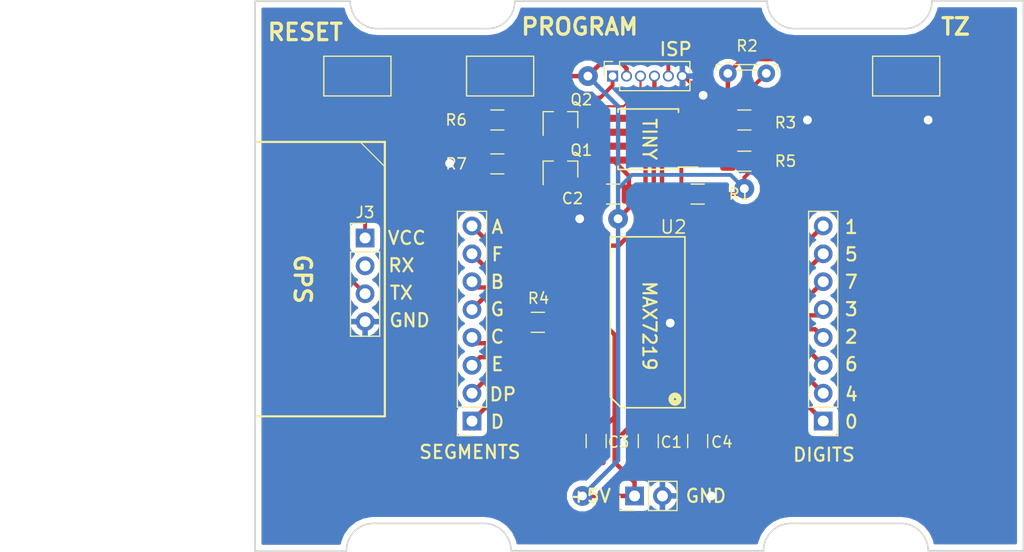
<source format=kicad_pcb>
(kicad_pcb (version 20171130) (host pcbnew 5.0.1+dfsg1-3)

  (general
    (thickness 1.6)
    (drawings 59)
    (tracks 228)
    (zones 0)
    (modules 24)
    (nets 30)
  )

  (page A4)
  (layers
    (0 F.Cu signal)
    (31 B.Cu signal)
    (32 B.Adhes user)
    (33 F.Adhes user)
    (34 B.Paste user)
    (35 F.Paste user)
    (36 B.SilkS user)
    (37 F.SilkS user)
    (38 B.Mask user)
    (39 F.Mask user)
    (40 Dwgs.User user)
    (41 Cmts.User user)
    (42 Eco1.User user)
    (43 Eco2.User user)
    (44 Edge.Cuts user)
    (45 Margin user)
    (46 B.CrtYd user)
    (47 F.CrtYd user)
    (48 B.Fab user hide)
    (49 F.Fab user)
  )

  (setup
    (last_trace_width 0.35)
    (user_trace_width 0.2)
    (trace_clearance 0.2)
    (zone_clearance 0.508)
    (zone_45_only no)
    (trace_min 0.2)
    (segment_width 0.2)
    (edge_width 0.15)
    (via_size 1.8)
    (via_drill 0.8)
    (via_min_size 0.2)
    (via_min_drill 0.3)
    (uvia_size 0.3)
    (uvia_drill 0.1)
    (uvias_allowed no)
    (uvia_min_size 0.2)
    (uvia_min_drill 0.1)
    (pcb_text_width 0.3)
    (pcb_text_size 1.5 1.5)
    (mod_edge_width 0.15)
    (mod_text_size 1 1)
    (mod_text_width 0.15)
    (pad_size 3.8 2)
    (pad_drill 0)
    (pad_to_mask_clearance 0.051)
    (solder_mask_min_width 0.25)
    (aux_axis_origin 0 0)
    (visible_elements FFFFFF7F)
    (pcbplotparams
      (layerselection 0x01000_ffffffff)
      (usegerberextensions false)
      (usegerberattributes false)
      (usegerberadvancedattributes false)
      (creategerberjobfile false)
      (excludeedgelayer true)
      (linewidth 0.100000)
      (plotframeref false)
      (viasonmask false)
      (mode 1)
      (useauxorigin false)
      (hpglpennumber 1)
      (hpglpenspeed 20)
      (hpglpendiameter 15.000000)
      (psnegative true)
      (psa4output false)
      (plotreference true)
      (plotvalue true)
      (plotinvisibletext false)
      (padsonsilk true)
      (subtractmaskfromsilk false)
      (outputformat 4)
      (mirror true)
      (drillshape 0)
      (scaleselection 1)
      (outputdirectory "/tmp"))
  )

  (net 0 "")
  (net 1 GND)
  (net 2 +5V)
  (net 3 /MISO)
  (net 4 /SCK)
  (net 5 /MOSI)
  (net 6 /RESET)
  (net 7 /GPS_TX)
  (net 8 /DIG_0)
  (net 9 /DIG_1)
  (net 10 /DIG_2)
  (net 11 /DIG_3)
  (net 12 /DIG_4)
  (net 13 /DIG_5)
  (net 14 /SEG_A)
  (net 15 /SEG_B)
  (net 16 /SEG_C)
  (net 17 /SEG_D)
  (net 18 /SEG_E)
  (net 19 /SEG_F)
  (net 20 /SEG_G)
  (net 21 /SEG_DP)
  (net 22 "Net-(R4-Pad1)")
  (net 23 /SOFT_UART\MISO)
  (net 24 /LOAD_CS)
  (net 25 /DIG_6)
  (net 26 /DIG_7)
  (net 27 "Net-(Q1-Pad1)")
  (net 28 "Net-(Q2-Pad1)")
  (net 29 /LIGHT_SENSE\BTN)

  (net_class Default "This is the default net class."
    (clearance 0.2)
    (trace_width 0.35)
    (via_dia 1.8)
    (via_drill 0.8)
    (uvia_dia 0.3)
    (uvia_drill 0.1)
    (add_net +5V)
    (add_net /DIG_0)
    (add_net /DIG_1)
    (add_net /DIG_2)
    (add_net /DIG_3)
    (add_net /DIG_4)
    (add_net /DIG_5)
    (add_net /DIG_6)
    (add_net /DIG_7)
    (add_net /GPS_TX)
    (add_net /LIGHT_SENSE\BTN)
    (add_net /LOAD_CS)
    (add_net /MISO)
    (add_net /MOSI)
    (add_net /RESET)
    (add_net /SCK)
    (add_net /SEG_A)
    (add_net /SEG_B)
    (add_net /SEG_C)
    (add_net /SEG_D)
    (add_net /SEG_DP)
    (add_net /SEG_E)
    (add_net /SEG_F)
    (add_net /SEG_G)
    (add_net /SOFT_UART\MISO)
    (add_net GND)
    (add_net "Net-(Q1-Pad1)")
    (add_net "Net-(Q2-Pad1)")
    (add_net "Net-(R4-Pad1)")
  )

  (module Capacitor_SMD:C_1206_3216Metric_Pad1.42x1.75mm_HandSolder (layer F.Cu) (tedit 5B301BBE) (tstamp 5C9071D5)
    (at 101.5 101.5 270)
    (descr "Capacitor SMD 1206 (3216 Metric), square (rectangular) end terminal, IPC_7351 nominal with elongated pad for handsoldering. (Body size source: http://www.tortai-tech.com/upload/download/2011102023233369053.pdf), generated with kicad-footprint-generator")
    (tags "capacitor handsolder")
    (path /5AEAEBFA)
    (attr smd)
    (fp_text reference C1 (at 0.1 -2.1) (layer F.SilkS)
      (effects (font (size 1 1) (thickness 0.15)))
    )
    (fp_text value 10uF (at 0 1.82 270) (layer F.Fab)
      (effects (font (size 1 1) (thickness 0.15)))
    )
    (fp_text user %R (at 0 0 270) (layer F.Fab)
      (effects (font (size 0.8 0.8) (thickness 0.12)))
    )
    (fp_line (start 2.45 1.12) (end -2.45 1.12) (layer F.CrtYd) (width 0.05))
    (fp_line (start 2.45 -1.12) (end 2.45 1.12) (layer F.CrtYd) (width 0.05))
    (fp_line (start -2.45 -1.12) (end 2.45 -1.12) (layer F.CrtYd) (width 0.05))
    (fp_line (start -2.45 1.12) (end -2.45 -1.12) (layer F.CrtYd) (width 0.05))
    (fp_line (start -0.602064 0.91) (end 0.602064 0.91) (layer F.SilkS) (width 0.12))
    (fp_line (start -0.602064 -0.91) (end 0.602064 -0.91) (layer F.SilkS) (width 0.12))
    (fp_line (start 1.6 0.8) (end -1.6 0.8) (layer F.Fab) (width 0.1))
    (fp_line (start 1.6 -0.8) (end 1.6 0.8) (layer F.Fab) (width 0.1))
    (fp_line (start -1.6 -0.8) (end 1.6 -0.8) (layer F.Fab) (width 0.1))
    (fp_line (start -1.6 0.8) (end -1.6 -0.8) (layer F.Fab) (width 0.1))
    (pad 2 smd roundrect (at 1.4875 0 270) (size 1.425 1.75) (layers F.Cu F.Paste F.Mask) (roundrect_rratio 0.175439)
      (net 1 GND))
    (pad 1 smd roundrect (at -1.4875 0 270) (size 1.425 1.75) (layers F.Cu F.Paste F.Mask) (roundrect_rratio 0.175439)
      (net 2 +5V))
    (model ${KISYS3DMOD}/Capacitor_SMD.3dshapes/C_1206_3216Metric.wrl
      (at (xyz 0 0 0))
      (scale (xyz 1 1 1))
      (rotate (xyz 0 0 0))
    )
  )

  (module Capacitor_SMD:C_1206_3216Metric_Pad1.42x1.75mm_HandSolder (layer F.Cu) (tedit 5B301BBE) (tstamp 5C76FC9C)
    (at 98.3 79)
    (descr "Capacitor SMD 1206 (3216 Metric), square (rectangular) end terminal, IPC_7351 nominal with elongated pad for handsoldering. (Body size source: http://www.tortai-tech.com/upload/download/2011102023233369053.pdf), generated with kicad-footprint-generator")
    (tags "capacitor handsolder")
    (path /5AE6DFE8)
    (attr smd)
    (fp_text reference C2 (at -3.7 0.4) (layer F.SilkS)
      (effects (font (size 1 1) (thickness 0.15)))
    )
    (fp_text value 1uF (at 0 1.82) (layer F.Fab)
      (effects (font (size 1 1) (thickness 0.15)))
    )
    (fp_text user %R (at 0 0) (layer F.Fab)
      (effects (font (size 0.8 0.8) (thickness 0.12)))
    )
    (fp_line (start 2.45 1.12) (end -2.45 1.12) (layer F.CrtYd) (width 0.05))
    (fp_line (start 2.45 -1.12) (end 2.45 1.12) (layer F.CrtYd) (width 0.05))
    (fp_line (start -2.45 -1.12) (end 2.45 -1.12) (layer F.CrtYd) (width 0.05))
    (fp_line (start -2.45 1.12) (end -2.45 -1.12) (layer F.CrtYd) (width 0.05))
    (fp_line (start -0.602064 0.91) (end 0.602064 0.91) (layer F.SilkS) (width 0.12))
    (fp_line (start -0.602064 -0.91) (end 0.602064 -0.91) (layer F.SilkS) (width 0.12))
    (fp_line (start 1.6 0.8) (end -1.6 0.8) (layer F.Fab) (width 0.1))
    (fp_line (start 1.6 -0.8) (end 1.6 0.8) (layer F.Fab) (width 0.1))
    (fp_line (start -1.6 -0.8) (end 1.6 -0.8) (layer F.Fab) (width 0.1))
    (fp_line (start -1.6 0.8) (end -1.6 -0.8) (layer F.Fab) (width 0.1))
    (pad 2 smd roundrect (at 1.4875 0) (size 1.425 1.75) (layers F.Cu F.Paste F.Mask) (roundrect_rratio 0.175439)
      (net 2 +5V))
    (pad 1 smd roundrect (at -1.4875 0) (size 1.425 1.75) (layers F.Cu F.Paste F.Mask) (roundrect_rratio 0.175439)
      (net 1 GND))
    (model ${KISYS3DMOD}/Capacitor_SMD.3dshapes/C_1206_3216Metric.wrl
      (at (xyz 0 0 0))
      (scale (xyz 1 1 1))
      (rotate (xyz 0 0 0))
    )
  )

  (module Capacitor_SMD:C_1206_3216Metric_Pad1.42x1.75mm_HandSolder (layer F.Cu) (tedit 5B301BBE) (tstamp 5C905DB7)
    (at 96.75 101.5 90)
    (descr "Capacitor SMD 1206 (3216 Metric), square (rectangular) end terminal, IPC_7351 nominal with elongated pad for handsoldering. (Body size source: http://www.tortai-tech.com/upload/download/2011102023233369053.pdf), generated with kicad-footprint-generator")
    (tags "capacitor handsolder")
    (path /5AE9C7CD)
    (attr smd)
    (fp_text reference C3 (at -0.1 2.05 180) (layer F.SilkS)
      (effects (font (size 1 1) (thickness 0.15)))
    )
    (fp_text value 1uF (at 0 1.82 90) (layer F.Fab)
      (effects (font (size 1 1) (thickness 0.15)))
    )
    (fp_line (start -1.6 0.8) (end -1.6 -0.8) (layer F.Fab) (width 0.1))
    (fp_line (start -1.6 -0.8) (end 1.6 -0.8) (layer F.Fab) (width 0.1))
    (fp_line (start 1.6 -0.8) (end 1.6 0.8) (layer F.Fab) (width 0.1))
    (fp_line (start 1.6 0.8) (end -1.6 0.8) (layer F.Fab) (width 0.1))
    (fp_line (start -0.602064 -0.91) (end 0.602064 -0.91) (layer F.SilkS) (width 0.12))
    (fp_line (start -0.602064 0.91) (end 0.602064 0.91) (layer F.SilkS) (width 0.12))
    (fp_line (start -2.45 1.12) (end -2.45 -1.12) (layer F.CrtYd) (width 0.05))
    (fp_line (start -2.45 -1.12) (end 2.45 -1.12) (layer F.CrtYd) (width 0.05))
    (fp_line (start 2.45 -1.12) (end 2.45 1.12) (layer F.CrtYd) (width 0.05))
    (fp_line (start 2.45 1.12) (end -2.45 1.12) (layer F.CrtYd) (width 0.05))
    (fp_text user %R (at 0 0 90) (layer F.Fab)
      (effects (font (size 0.8 0.8) (thickness 0.12)))
    )
    (pad 1 smd roundrect (at -1.4875 0 90) (size 1.425 1.75) (layers F.Cu F.Paste F.Mask) (roundrect_rratio 0.175439)
      (net 1 GND))
    (pad 2 smd roundrect (at 1.4875 0 90) (size 1.425 1.75) (layers F.Cu F.Paste F.Mask) (roundrect_rratio 0.175439)
      (net 2 +5V))
    (model ${KISYS3DMOD}/Capacitor_SMD.3dshapes/C_1206_3216Metric.wrl
      (at (xyz 0 0 0))
      (scale (xyz 1 1 1))
      (rotate (xyz 0 0 0))
    )
  )

  (module Capacitor_SMD:C_1206_3216Metric_Pad1.42x1.75mm_HandSolder (layer F.Cu) (tedit 5B301BBE) (tstamp 5C907D10)
    (at 106 101.5 90)
    (descr "Capacitor SMD 1206 (3216 Metric), square (rectangular) end terminal, IPC_7351 nominal with elongated pad for handsoldering. (Body size source: http://www.tortai-tech.com/upload/download/2011102023233369053.pdf), generated with kicad-footprint-generator")
    (tags "capacitor handsolder")
    (path /5AE9CD0C)
    (attr smd)
    (fp_text reference C4 (at -0.1 2.2 180) (layer F.SilkS)
      (effects (font (size 1 1) (thickness 0.15)))
    )
    (fp_text value 10uF (at 0 1.82 90) (layer F.Fab)
      (effects (font (size 1 1) (thickness 0.15)))
    )
    (fp_line (start -1.6 0.8) (end -1.6 -0.8) (layer F.Fab) (width 0.1))
    (fp_line (start -1.6 -0.8) (end 1.6 -0.8) (layer F.Fab) (width 0.1))
    (fp_line (start 1.6 -0.8) (end 1.6 0.8) (layer F.Fab) (width 0.1))
    (fp_line (start 1.6 0.8) (end -1.6 0.8) (layer F.Fab) (width 0.1))
    (fp_line (start -0.602064 -0.91) (end 0.602064 -0.91) (layer F.SilkS) (width 0.12))
    (fp_line (start -0.602064 0.91) (end 0.602064 0.91) (layer F.SilkS) (width 0.12))
    (fp_line (start -2.45 1.12) (end -2.45 -1.12) (layer F.CrtYd) (width 0.05))
    (fp_line (start -2.45 -1.12) (end 2.45 -1.12) (layer F.CrtYd) (width 0.05))
    (fp_line (start 2.45 -1.12) (end 2.45 1.12) (layer F.CrtYd) (width 0.05))
    (fp_line (start 2.45 1.12) (end -2.45 1.12) (layer F.CrtYd) (width 0.05))
    (fp_text user %R (at 0 0 90) (layer F.Fab)
      (effects (font (size 0.8 0.8) (thickness 0.12)))
    )
    (pad 1 smd roundrect (at -1.4875 0 90) (size 1.425 1.75) (layers F.Cu F.Paste F.Mask) (roundrect_rratio 0.175439)
      (net 1 GND))
    (pad 2 smd roundrect (at 1.4875 0 90) (size 1.425 1.75) (layers F.Cu F.Paste F.Mask) (roundrect_rratio 0.175439)
      (net 2 +5V))
    (model ${KISYS3DMOD}/Capacitor_SMD.3dshapes/C_1206_3216Metric.wrl
      (at (xyz 0 0 0))
      (scale (xyz 1 1 1))
      (rotate (xyz 0 0 0))
    )
  )

  (module Connector_PinHeader_2.54mm:PinHeader_1x04_P2.54mm_Vertical (layer F.Cu) (tedit 59FED5CC) (tstamp 5C90529B)
    (at 75.7 83)
    (descr "Through hole straight pin header, 1x04, 2.54mm pitch, single row")
    (tags "Through hole pin header THT 1x04 2.54mm single row")
    (path /5AE6DA99)
    (fp_text reference J3 (at 0 -2.33) (layer F.SilkS)
      (effects (font (size 1 1) (thickness 0.15)))
    )
    (fp_text value GPS (at 0 9.95) (layer F.Fab)
      (effects (font (size 1 1) (thickness 0.15)))
    )
    (fp_line (start -0.635 -1.27) (end 1.27 -1.27) (layer F.Fab) (width 0.1))
    (fp_line (start 1.27 -1.27) (end 1.27 8.89) (layer F.Fab) (width 0.1))
    (fp_line (start 1.27 8.89) (end -1.27 8.89) (layer F.Fab) (width 0.1))
    (fp_line (start -1.27 8.89) (end -1.27 -0.635) (layer F.Fab) (width 0.1))
    (fp_line (start -1.27 -0.635) (end -0.635 -1.27) (layer F.Fab) (width 0.1))
    (fp_line (start -1.33 8.95) (end 1.33 8.95) (layer F.SilkS) (width 0.12))
    (fp_line (start -1.33 1.27) (end -1.33 8.95) (layer F.SilkS) (width 0.12))
    (fp_line (start 1.33 1.27) (end 1.33 8.95) (layer F.SilkS) (width 0.12))
    (fp_line (start -1.33 1.27) (end 1.33 1.27) (layer F.SilkS) (width 0.12))
    (fp_line (start -1.33 0) (end -1.33 -1.33) (layer F.SilkS) (width 0.12))
    (fp_line (start -1.33 -1.33) (end 0 -1.33) (layer F.SilkS) (width 0.12))
    (fp_line (start -1.8 -1.8) (end -1.8 9.4) (layer F.CrtYd) (width 0.05))
    (fp_line (start -1.8 9.4) (end 1.8 9.4) (layer F.CrtYd) (width 0.05))
    (fp_line (start 1.8 9.4) (end 1.8 -1.8) (layer F.CrtYd) (width 0.05))
    (fp_line (start 1.8 -1.8) (end -1.8 -1.8) (layer F.CrtYd) (width 0.05))
    (fp_text user %R (at 0 3.81 90) (layer F.Fab)
      (effects (font (size 1 1) (thickness 0.15)))
    )
    (pad 1 thru_hole rect (at 0 0) (size 1.7 1.7) (drill 1) (layers *.Cu *.Mask)
      (net 2 +5V))
    (pad 2 thru_hole oval (at 0 2.54) (size 1.7 1.7) (drill 1) (layers *.Cu *.Mask))
    (pad 3 thru_hole oval (at 0 5.08) (size 1.7 1.7) (drill 1) (layers *.Cu *.Mask)
      (net 7 /GPS_TX))
    (pad 4 thru_hole oval (at 0 7.62) (size 1.7 1.7) (drill 1) (layers *.Cu *.Mask)
      (net 1 GND))
    (model ${KISYS3DMOD}/Connector_PinHeader_2.54mm.3dshapes/PinHeader_1x04_P2.54mm_Vertical.wrl
      (at (xyz 0 0 0))
      (scale (xyz 1 1 1))
      (rotate (xyz 0 0 0))
    )
  )

  (module Resistor_SMD:R_1206_3216Metric_Pad1.42x1.75mm_HandSolder (layer F.Cu) (tedit 5B301BBD) (tstamp 5C912216)
    (at 106 79 180)
    (descr "Resistor SMD 1206 (3216 Metric), square (rectangular) end terminal, IPC_7351 nominal with elongated pad for handsoldering. (Body size source: http://www.tortai-tech.com/upload/download/2011102023233369053.pdf), generated with kicad-footprint-generator")
    (tags "resistor handsolder")
    (path /5AE6F685)
    (attr smd)
    (fp_text reference R1 (at -3.8 0) (layer F.SilkS)
      (effects (font (size 1 1) (thickness 0.15)))
    )
    (fp_text value 10K (at 0 1.82 180) (layer F.Fab)
      (effects (font (size 1 1) (thickness 0.15)))
    )
    (fp_line (start -1.6 0.8) (end -1.6 -0.8) (layer F.Fab) (width 0.1))
    (fp_line (start -1.6 -0.8) (end 1.6 -0.8) (layer F.Fab) (width 0.1))
    (fp_line (start 1.6 -0.8) (end 1.6 0.8) (layer F.Fab) (width 0.1))
    (fp_line (start 1.6 0.8) (end -1.6 0.8) (layer F.Fab) (width 0.1))
    (fp_line (start -0.602064 -0.91) (end 0.602064 -0.91) (layer F.SilkS) (width 0.12))
    (fp_line (start -0.602064 0.91) (end 0.602064 0.91) (layer F.SilkS) (width 0.12))
    (fp_line (start -2.45 1.12) (end -2.45 -1.12) (layer F.CrtYd) (width 0.05))
    (fp_line (start -2.45 -1.12) (end 2.45 -1.12) (layer F.CrtYd) (width 0.05))
    (fp_line (start 2.45 -1.12) (end 2.45 1.12) (layer F.CrtYd) (width 0.05))
    (fp_line (start 2.45 1.12) (end -2.45 1.12) (layer F.CrtYd) (width 0.05))
    (fp_text user %R (at 0 0 180) (layer F.Fab)
      (effects (font (size 0.8 0.8) (thickness 0.12)))
    )
    (pad 1 smd roundrect (at -1.4875 0 180) (size 1.425 1.75) (layers F.Cu F.Paste F.Mask) (roundrect_rratio 0.175439)
      (net 2 +5V))
    (pad 2 smd roundrect (at 1.4875 0 180) (size 1.425 1.75) (layers F.Cu F.Paste F.Mask) (roundrect_rratio 0.175439)
      (net 6 /RESET))
    (model ${KISYS3DMOD}/Resistor_SMD.3dshapes/R_1206_3216Metric.wrl
      (at (xyz 0 0 0))
      (scale (xyz 1 1 1))
      (rotate (xyz 0 0 0))
    )
  )

  (module Resistor_SMD:R_1206_3216Metric_Pad1.42x1.75mm_HandSolder (layer F.Cu) (tedit 5B301BBD) (tstamp 5C76FE97)
    (at 110.25 72.25 180)
    (descr "Resistor SMD 1206 (3216 Metric), square (rectangular) end terminal, IPC_7351 nominal with elongated pad for handsoldering. (Body size source: http://www.tortai-tech.com/upload/download/2011102023233369053.pdf), generated with kicad-footprint-generator")
    (tags "resistor handsolder")
    (path /5AE835D9)
    (attr smd)
    (fp_text reference R3 (at -3.75 -0.25 180) (layer F.SilkS)
      (effects (font (size 1 1) (thickness 0.15)))
    )
    (fp_text value 20K (at 0 1.82 180) (layer F.Fab)
      (effects (font (size 1 1) (thickness 0.15)))
    )
    (fp_line (start -1.6 0.8) (end -1.6 -0.8) (layer F.Fab) (width 0.1))
    (fp_line (start -1.6 -0.8) (end 1.6 -0.8) (layer F.Fab) (width 0.1))
    (fp_line (start 1.6 -0.8) (end 1.6 0.8) (layer F.Fab) (width 0.1))
    (fp_line (start 1.6 0.8) (end -1.6 0.8) (layer F.Fab) (width 0.1))
    (fp_line (start -0.602064 -0.91) (end 0.602064 -0.91) (layer F.SilkS) (width 0.12))
    (fp_line (start -0.602064 0.91) (end 0.602064 0.91) (layer F.SilkS) (width 0.12))
    (fp_line (start -2.45 1.12) (end -2.45 -1.12) (layer F.CrtYd) (width 0.05))
    (fp_line (start -2.45 -1.12) (end 2.45 -1.12) (layer F.CrtYd) (width 0.05))
    (fp_line (start 2.45 -1.12) (end 2.45 1.12) (layer F.CrtYd) (width 0.05))
    (fp_line (start 2.45 1.12) (end -2.45 1.12) (layer F.CrtYd) (width 0.05))
    (fp_text user %R (at 0 0 180) (layer F.Fab)
      (effects (font (size 0.8 0.8) (thickness 0.12)))
    )
    (pad 1 smd roundrect (at -1.4875 0 180) (size 1.425 1.75) (layers F.Cu F.Paste F.Mask) (roundrect_rratio 0.175439)
      (net 1 GND))
    (pad 2 smd roundrect (at 1.4875 0 180) (size 1.425 1.75) (layers F.Cu F.Paste F.Mask) (roundrect_rratio 0.175439)
      (net 29 /LIGHT_SENSE\BTN))
    (model ${KISYS3DMOD}/Resistor_SMD.3dshapes/R_1206_3216Metric.wrl
      (at (xyz 0 0 0))
      (scale (xyz 1 1 1))
      (rotate (xyz 0 0 0))
    )
  )

  (module Resistor_SMD:R_1206_3216Metric_Pad1.42x1.75mm_HandSolder (layer F.Cu) (tedit 5B301BBD) (tstamp 5C90EB26)
    (at 91.438335 90.681716)
    (descr "Resistor SMD 1206 (3216 Metric), square (rectangular) end terminal, IPC_7351 nominal with elongated pad for handsoldering. (Body size source: http://www.tortai-tech.com/upload/download/2011102023233369053.pdf), generated with kicad-footprint-generator")
    (tags "resistor handsolder")
    (path /5AE77967)
    (attr smd)
    (fp_text reference R4 (at 0.061665 -2.181716) (layer F.SilkS)
      (effects (font (size 1 1) (thickness 0.15)))
    )
    (fp_text value 28K (at 0 1.82) (layer F.Fab)
      (effects (font (size 1 1) (thickness 0.15)))
    )
    (fp_line (start -1.6 0.8) (end -1.6 -0.8) (layer F.Fab) (width 0.1))
    (fp_line (start -1.6 -0.8) (end 1.6 -0.8) (layer F.Fab) (width 0.1))
    (fp_line (start 1.6 -0.8) (end 1.6 0.8) (layer F.Fab) (width 0.1))
    (fp_line (start 1.6 0.8) (end -1.6 0.8) (layer F.Fab) (width 0.1))
    (fp_line (start -0.602064 -0.91) (end 0.602064 -0.91) (layer F.SilkS) (width 0.12))
    (fp_line (start -0.602064 0.91) (end 0.602064 0.91) (layer F.SilkS) (width 0.12))
    (fp_line (start -2.45 1.12) (end -2.45 -1.12) (layer F.CrtYd) (width 0.05))
    (fp_line (start -2.45 -1.12) (end 2.45 -1.12) (layer F.CrtYd) (width 0.05))
    (fp_line (start 2.45 -1.12) (end 2.45 1.12) (layer F.CrtYd) (width 0.05))
    (fp_line (start 2.45 1.12) (end -2.45 1.12) (layer F.CrtYd) (width 0.05))
    (fp_text user %R (at 0 0) (layer F.Fab)
      (effects (font (size 0.8 0.8) (thickness 0.12)))
    )
    (pad 1 smd roundrect (at -1.4875 0) (size 1.425 1.75) (layers F.Cu F.Paste F.Mask) (roundrect_rratio 0.175439)
      (net 22 "Net-(R4-Pad1)"))
    (pad 2 smd roundrect (at 1.4875 0) (size 1.425 1.75) (layers F.Cu F.Paste F.Mask) (roundrect_rratio 0.175439)
      (net 2 +5V))
    (model ${KISYS3DMOD}/Resistor_SMD.3dshapes/R_1206_3216Metric.wrl
      (at (xyz 0 0 0))
      (scale (xyz 1 1 1))
      (rotate (xyz 0 0 0))
    )
  )

  (module OptoDevice:R_LDR_5.2x5.2mm_P3.5mm_Horizontal (layer F.Cu) (tedit 5B86041F) (tstamp 5C76FE06)
    (at 108.75 68)
    (descr "Resistor, LDR 5.2x5.2, upright, see http://cdn-reichelt.de/documents/datenblatt/A500/M996011A.pdf")
    (tags "Resistor LDR5.2x5.2 ")
    (path /5AE81976)
    (fp_text reference R2 (at 1.75 -2.5) (layer F.SilkS)
      (effects (font (size 1 1) (thickness 0.15)))
    )
    (fp_text value LDR03 (at 1.62 1.4) (layer F.Fab)
      (effects (font (size 1 1) (thickness 0.15)))
    )
    (fp_text user %R (at 1.75 -1.79) (layer F.Fab)
      (effects (font (size 1 1) (thickness 0.15)))
    )
    (fp_line (start 3.5 0) (end 3.5 -0.9) (layer F.Fab) (width 0.1))
    (fp_line (start 0 0) (end 0 -0.9) (layer F.Fab) (width 0.1))
    (fp_line (start -1 -0.75) (end 4.5 -0.75) (layer F.Fab) (width 0.1))
    (fp_line (start 4.5 -0.75) (end 4.5 -0.35) (layer F.Fab) (width 0.1))
    (fp_line (start 4.5 -0.35) (end -1 -0.35) (layer F.Fab) (width 0.1))
    (fp_line (start -1 -0.35) (end -1 -0.75) (layer F.Fab) (width 0.1))
    (fp_line (start 3.4 -1.02) (end 3.4 -0.89) (layer F.SilkS) (width 0.12))
    (fp_line (start -0.15 -1.02) (end -0.15 -0.89) (layer F.SilkS) (width 0.12))
    (fp_line (start 3.4 -1.02) (end 3.65 -1.02) (layer F.SilkS) (width 0.12))
    (fp_line (start 3.65 -1.02) (end 3.65 -0.89) (layer F.SilkS) (width 0.12))
    (fp_line (start -0.15 -1.02) (end 0.1 -1.02) (layer F.SilkS) (width 0.12))
    (fp_line (start 0.1 -1.02) (end 0.1 -0.89) (layer F.SilkS) (width 0.12))
    (fp_line (start -1.05 -0.3) (end -0.85 -0.3) (layer F.SilkS) (width 0.12))
    (fp_line (start 4.55 -0.3) (end 4.55 -0.8) (layer F.SilkS) (width 0.12))
    (fp_line (start 4.55 -0.8) (end 4.14 -0.8) (layer F.SilkS) (width 0.12))
    (fp_line (start -1.05 -0.8) (end -1.05 -0.3) (layer F.SilkS) (width 0.12))
    (fp_line (start 0.85 -0.3) (end 2.6 -0.3) (layer F.SilkS) (width 0.12))
    (fp_line (start 4.35 -0.3) (end 4.55 -0.3) (layer F.SilkS) (width 0.12))
    (fp_line (start -0.64 -0.8) (end -1.05 -0.8) (layer F.SilkS) (width 0.12))
    (fp_line (start 2.86 -0.8) (end 0.64 -0.8) (layer F.SilkS) (width 0.12))
    (fp_line (start -1.25 -1.15) (end 4.75 -1.15) (layer F.CrtYd) (width 0.05))
    (fp_line (start -1.25 -1.15) (end -1.25 1.05) (layer F.CrtYd) (width 0.05))
    (fp_line (start 4.75 1.05) (end 4.75 -1.15) (layer F.CrtYd) (width 0.05))
    (fp_line (start 4.75 1.05) (end -1.25 1.05) (layer F.CrtYd) (width 0.05))
    (pad 1 thru_hole circle (at 0 0) (size 1.6 1.6) (drill 0.8) (layers *.Cu *.Mask)
      (net 29 /LIGHT_SENSE\BTN))
    (pad 2 thru_hole circle (at 3.5 0) (size 1.6 1.6) (drill 0.8) (layers *.Cu *.Mask)
      (net 2 +5V))
    (model ${KISYS3DMOD}/OptoDevice.3dshapes/R_LDR_5.2x5.2mm_P3.5mm_Horizontal.wrl
      (at (xyz 0 0 0))
      (scale (xyz 1 1 1))
      (rotate (xyz 0 0 0))
    )
  )

  (module Connector_PinHeader_2.54mm:PinHeader_1x02_P2.54mm_Vertical (layer F.Cu) (tedit 5C5BFBFD) (tstamp 5C87C4D5)
    (at 100.25 106.5 90)
    (descr "Through hole straight pin header, 1x02, 2.54mm pitch, single row")
    (tags "Through hole pin header THT 1x02 2.54mm single row")
    (path /5AEA9DF5)
    (fp_text reference J2 (at 0 -2.33 90) (layer F.SilkS) hide
      (effects (font (size 1 1) (thickness 0.15)))
    )
    (fp_text value POWER_IN (at 0 4.87 90) (layer F.Fab)
      (effects (font (size 1 1) (thickness 0.15)))
    )
    (fp_line (start -0.635 -1.27) (end 1.27 -1.27) (layer F.Fab) (width 0.1))
    (fp_line (start 1.27 -1.27) (end 1.27 3.81) (layer F.Fab) (width 0.1))
    (fp_line (start 1.27 3.81) (end -1.27 3.81) (layer F.Fab) (width 0.1))
    (fp_line (start -1.27 3.81) (end -1.27 -0.635) (layer F.Fab) (width 0.1))
    (fp_line (start -1.27 -0.635) (end -0.635 -1.27) (layer F.Fab) (width 0.1))
    (fp_line (start -1.33 3.87) (end 1.33 3.87) (layer F.SilkS) (width 0.12))
    (fp_line (start -1.33 1.27) (end -1.33 3.87) (layer F.SilkS) (width 0.12))
    (fp_line (start 1.33 1.27) (end 1.33 3.87) (layer F.SilkS) (width 0.12))
    (fp_line (start -1.33 1.27) (end 1.33 1.27) (layer F.SilkS) (width 0.12))
    (fp_line (start -1.33 0) (end -1.33 -1.33) (layer F.SilkS) (width 0.12))
    (fp_line (start -1.33 -1.33) (end 0 -1.33) (layer F.SilkS) (width 0.12))
    (fp_line (start -1.8 -1.8) (end -1.8 4.35) (layer F.CrtYd) (width 0.05))
    (fp_line (start -1.8 4.35) (end 1.8 4.35) (layer F.CrtYd) (width 0.05))
    (fp_line (start 1.8 4.35) (end 1.8 -1.8) (layer F.CrtYd) (width 0.05))
    (fp_line (start 1.8 -1.8) (end -1.8 -1.8) (layer F.CrtYd) (width 0.05))
    (fp_text user %R (at 0 1.27 180) (layer F.Fab)
      (effects (font (size 1 1) (thickness 0.15)))
    )
    (pad 1 thru_hole rect (at 0 0 90) (size 1.7 1.7) (drill 1) (layers *.Cu *.Mask)
      (net 2 +5V))
    (pad 2 thru_hole oval (at 0 2.54 90) (size 1.7 1.7) (drill 1) (layers *.Cu *.Mask)
      (net 1 GND))
    (model ${KISYS3DMOD}/Connector_PinHeader_2.54mm.3dshapes/PinHeader_1x02_P2.54mm_Vertical.wrl
      (at (xyz 0 0 0))
      (scale (xyz 1 1 1))
      (rotate (xyz 0 0 0))
    )
  )

  (module Connector_PinHeader_2.54mm:PinHeader_1x08_P2.54mm_Vertical (layer F.Cu) (tedit 5C5BFC1D) (tstamp 5C87C4F1)
    (at 117.438335 99.681716 180)
    (descr "Through hole straight pin header, 1x08, 2.54mm pitch, single row")
    (tags "Through hole pin header THT 1x08 2.54mm single row")
    (path /5AE98E60)
    (fp_text reference J4 (at 0 -2.33 180) (layer F.SilkS) hide
      (effects (font (size 1 1) (thickness 0.15)))
    )
    (fp_text value DIGITS (at 0 20.11 180) (layer F.Fab)
      (effects (font (size 1 1) (thickness 0.15)))
    )
    (fp_line (start -0.635 -1.27) (end 1.27 -1.27) (layer F.Fab) (width 0.1))
    (fp_line (start 1.27 -1.27) (end 1.27 19.05) (layer F.Fab) (width 0.1))
    (fp_line (start 1.27 19.05) (end -1.27 19.05) (layer F.Fab) (width 0.1))
    (fp_line (start -1.27 19.05) (end -1.27 -0.635) (layer F.Fab) (width 0.1))
    (fp_line (start -1.27 -0.635) (end -0.635 -1.27) (layer F.Fab) (width 0.1))
    (fp_line (start -1.33 19.11) (end 1.33 19.11) (layer F.SilkS) (width 0.12))
    (fp_line (start -1.33 1.27) (end -1.33 19.11) (layer F.SilkS) (width 0.12))
    (fp_line (start 1.33 1.27) (end 1.33 19.11) (layer F.SilkS) (width 0.12))
    (fp_line (start -1.33 1.27) (end 1.33 1.27) (layer F.SilkS) (width 0.12))
    (fp_line (start -1.33 0) (end -1.33 -1.33) (layer F.SilkS) (width 0.12))
    (fp_line (start -1.33 -1.33) (end 0 -1.33) (layer F.SilkS) (width 0.12))
    (fp_line (start -1.8 -1.8) (end -1.8 19.55) (layer F.CrtYd) (width 0.05))
    (fp_line (start -1.8 19.55) (end 1.8 19.55) (layer F.CrtYd) (width 0.05))
    (fp_line (start 1.8 19.55) (end 1.8 -1.8) (layer F.CrtYd) (width 0.05))
    (fp_line (start 1.8 -1.8) (end -1.8 -1.8) (layer F.CrtYd) (width 0.05))
    (fp_text user %R (at 0 8.89 270) (layer F.Fab)
      (effects (font (size 1 1) (thickness 0.15)))
    )
    (pad 1 thru_hole rect (at 0 0 180) (size 1.7 1.7) (drill 1) (layers *.Cu *.Mask)
      (net 8 /DIG_0))
    (pad 2 thru_hole oval (at 0 2.54 180) (size 1.7 1.7) (drill 1) (layers *.Cu *.Mask)
      (net 12 /DIG_4))
    (pad 3 thru_hole oval (at 0 5.08 180) (size 1.7 1.7) (drill 1) (layers *.Cu *.Mask)
      (net 25 /DIG_6))
    (pad 4 thru_hole oval (at 0 7.62 180) (size 1.7 1.7) (drill 1) (layers *.Cu *.Mask)
      (net 10 /DIG_2))
    (pad 5 thru_hole oval (at 0 10.16 180) (size 1.7 1.7) (drill 1) (layers *.Cu *.Mask)
      (net 11 /DIG_3))
    (pad 6 thru_hole oval (at 0 12.7 180) (size 1.7 1.7) (drill 1) (layers *.Cu *.Mask)
      (net 26 /DIG_7))
    (pad 7 thru_hole oval (at 0 15.24 180) (size 1.7 1.7) (drill 1) (layers *.Cu *.Mask)
      (net 13 /DIG_5))
    (pad 8 thru_hole oval (at 0 17.78 180) (size 1.7 1.7) (drill 1) (layers *.Cu *.Mask)
      (net 9 /DIG_1))
    (model ${KISYS3DMOD}/Connector_PinHeader_2.54mm.3dshapes/PinHeader_1x08_P2.54mm_Vertical.wrl
      (at (xyz 0 0 0))
      (scale (xyz 1 1 1))
      (rotate (xyz 0 0 0))
    )
  )

  (module Package_TO_SOT_SMD:SOT-23 (layer F.Cu) (tedit 5A02FF57) (tstamp 5C87C538)
    (at 93.5 76.75 90)
    (descr "SOT-23, Standard")
    (tags SOT-23)
    (path /5C5F374E)
    (attr smd)
    (fp_text reference Q1 (at 1.75 1.9 180) (layer F.SilkS)
      (effects (font (size 1 1) (thickness 0.15)))
    )
    (fp_text value "S8550 2TY" (at 0 2.5 90) (layer F.Fab)
      (effects (font (size 1 1) (thickness 0.15)))
    )
    (fp_line (start 0.76 1.58) (end -0.7 1.58) (layer F.SilkS) (width 0.12))
    (fp_line (start 0.76 -1.58) (end -1.4 -1.58) (layer F.SilkS) (width 0.12))
    (fp_line (start -1.7 1.75) (end -1.7 -1.75) (layer F.CrtYd) (width 0.05))
    (fp_line (start 1.7 1.75) (end -1.7 1.75) (layer F.CrtYd) (width 0.05))
    (fp_line (start 1.7 -1.75) (end 1.7 1.75) (layer F.CrtYd) (width 0.05))
    (fp_line (start -1.7 -1.75) (end 1.7 -1.75) (layer F.CrtYd) (width 0.05))
    (fp_line (start 0.76 -1.58) (end 0.76 -0.65) (layer F.SilkS) (width 0.12))
    (fp_line (start 0.76 1.58) (end 0.76 0.65) (layer F.SilkS) (width 0.12))
    (fp_line (start -0.7 1.52) (end 0.7 1.52) (layer F.Fab) (width 0.1))
    (fp_line (start 0.7 -1.52) (end 0.7 1.52) (layer F.Fab) (width 0.1))
    (fp_line (start -0.7 -0.95) (end -0.15 -1.52) (layer F.Fab) (width 0.1))
    (fp_line (start -0.15 -1.52) (end 0.7 -1.52) (layer F.Fab) (width 0.1))
    (fp_line (start -0.7 -0.95) (end -0.7 1.5) (layer F.Fab) (width 0.1))
    (fp_text user %R (at 0 0 180) (layer F.Fab)
      (effects (font (size 0.5 0.5) (thickness 0.075)))
    )
    (pad 3 smd rect (at 1 0 90) (size 0.9 0.8) (layers F.Cu F.Paste F.Mask)
      (net 23 /SOFT_UART\MISO))
    (pad 2 smd rect (at -1 0.95 90) (size 0.9 0.8) (layers F.Cu F.Paste F.Mask)
      (net 7 /GPS_TX))
    (pad 1 smd rect (at -1 -0.95 90) (size 0.9 0.8) (layers F.Cu F.Paste F.Mask)
      (net 27 "Net-(Q1-Pad1)"))
    (model ${KISYS3DMOD}/Package_TO_SOT_SMD.3dshapes/SOT-23.wrl
      (at (xyz 0 0 0))
      (scale (xyz 1 1 1))
      (rotate (xyz 0 0 0))
    )
  )

  (module Package_TO_SOT_SMD:SOT-23 (layer F.Cu) (tedit 5A02FF57) (tstamp 5C87C54D)
    (at 93.5 72.25 90)
    (descr "SOT-23, Standard")
    (tags SOT-23)
    (path /5C5D3406)
    (attr smd)
    (fp_text reference Q2 (at 1.85 1.9 180) (layer F.SilkS)
      (effects (font (size 1 1) (thickness 0.15)))
    )
    (fp_text value "S8050 J3Y" (at 0 2.5 90) (layer F.Fab)
      (effects (font (size 1 1) (thickness 0.15)))
    )
    (fp_text user %R (at 0 0 180) (layer F.Fab)
      (effects (font (size 0.5 0.5) (thickness 0.075)))
    )
    (fp_line (start -0.7 -0.95) (end -0.7 1.5) (layer F.Fab) (width 0.1))
    (fp_line (start -0.15 -1.52) (end 0.7 -1.52) (layer F.Fab) (width 0.1))
    (fp_line (start -0.7 -0.95) (end -0.15 -1.52) (layer F.Fab) (width 0.1))
    (fp_line (start 0.7 -1.52) (end 0.7 1.52) (layer F.Fab) (width 0.1))
    (fp_line (start -0.7 1.52) (end 0.7 1.52) (layer F.Fab) (width 0.1))
    (fp_line (start 0.76 1.58) (end 0.76 0.65) (layer F.SilkS) (width 0.12))
    (fp_line (start 0.76 -1.58) (end 0.76 -0.65) (layer F.SilkS) (width 0.12))
    (fp_line (start -1.7 -1.75) (end 1.7 -1.75) (layer F.CrtYd) (width 0.05))
    (fp_line (start 1.7 -1.75) (end 1.7 1.75) (layer F.CrtYd) (width 0.05))
    (fp_line (start 1.7 1.75) (end -1.7 1.75) (layer F.CrtYd) (width 0.05))
    (fp_line (start -1.7 1.75) (end -1.7 -1.75) (layer F.CrtYd) (width 0.05))
    (fp_line (start 0.76 -1.58) (end -1.4 -1.58) (layer F.SilkS) (width 0.12))
    (fp_line (start 0.76 1.58) (end -0.7 1.58) (layer F.SilkS) (width 0.12))
    (pad 1 smd rect (at -1 -0.95 90) (size 0.9 0.8) (layers F.Cu F.Paste F.Mask)
      (net 28 "Net-(Q2-Pad1)"))
    (pad 2 smd rect (at -1 0.95 90) (size 0.9 0.8) (layers F.Cu F.Paste F.Mask)
      (net 23 /SOFT_UART\MISO))
    (pad 3 smd rect (at 1 0 90) (size 0.9 0.8) (layers F.Cu F.Paste F.Mask)
      (net 3 /MISO))
    (model ${KISYS3DMOD}/Package_TO_SOT_SMD.3dshapes/SOT-23.wrl
      (at (xyz 0 0 0))
      (scale (xyz 1 1 1))
      (rotate (xyz 0 0 0))
    )
  )

  (module Resistor_SMD:R_1206_3216Metric_Pad1.42x1.75mm_HandSolder (layer F.Cu) (tedit 5B301BBD) (tstamp 5C87C55E)
    (at 110.25 76)
    (descr "Resistor SMD 1206 (3216 Metric), square (rectangular) end terminal, IPC_7351 nominal with elongated pad for handsoldering. (Body size source: http://www.tortai-tech.com/upload/download/2011102023233369053.pdf), generated with kicad-footprint-generator")
    (tags "resistor handsolder")
    (path /5C657580)
    (attr smd)
    (fp_text reference R5 (at 3.75 0) (layer F.SilkS)
      (effects (font (size 1 1) (thickness 0.15)))
    )
    (fp_text value 500K (at 0 1.82) (layer F.Fab)
      (effects (font (size 1 1) (thickness 0.15)))
    )
    (fp_line (start -1.6 0.8) (end -1.6 -0.8) (layer F.Fab) (width 0.1))
    (fp_line (start -1.6 -0.8) (end 1.6 -0.8) (layer F.Fab) (width 0.1))
    (fp_line (start 1.6 -0.8) (end 1.6 0.8) (layer F.Fab) (width 0.1))
    (fp_line (start 1.6 0.8) (end -1.6 0.8) (layer F.Fab) (width 0.1))
    (fp_line (start -0.602064 -0.91) (end 0.602064 -0.91) (layer F.SilkS) (width 0.12))
    (fp_line (start -0.602064 0.91) (end 0.602064 0.91) (layer F.SilkS) (width 0.12))
    (fp_line (start -2.45 1.12) (end -2.45 -1.12) (layer F.CrtYd) (width 0.05))
    (fp_line (start -2.45 -1.12) (end 2.45 -1.12) (layer F.CrtYd) (width 0.05))
    (fp_line (start 2.45 -1.12) (end 2.45 1.12) (layer F.CrtYd) (width 0.05))
    (fp_line (start 2.45 1.12) (end -2.45 1.12) (layer F.CrtYd) (width 0.05))
    (fp_text user %R (at 0 0) (layer F.Fab)
      (effects (font (size 0.8 0.8) (thickness 0.12)))
    )
    (pad 1 smd roundrect (at -1.4875 0) (size 1.425 1.75) (layers F.Cu F.Paste F.Mask) (roundrect_rratio 0.175439)
      (net 29 /LIGHT_SENSE\BTN))
    (pad 2 smd roundrect (at 1.4875 0) (size 1.425 1.75) (layers F.Cu F.Paste F.Mask) (roundrect_rratio 0.175439)
      (net 2 +5V))
    (model ${KISYS3DMOD}/Resistor_SMD.3dshapes/R_1206_3216Metric.wrl
      (at (xyz 0 0 0))
      (scale (xyz 1 1 1))
      (rotate (xyz 0 0 0))
    )
  )

  (module Resistor_SMD:R_1206_3216Metric_Pad1.42x1.75mm_HandSolder (layer F.Cu) (tedit 5B301BBD) (tstamp 5C87C56F)
    (at 87.75 72.25)
    (descr "Resistor SMD 1206 (3216 Metric), square (rectangular) end terminal, IPC_7351 nominal with elongated pad for handsoldering. (Body size source: http://www.tortai-tech.com/upload/download/2011102023233369053.pdf), generated with kicad-footprint-generator")
    (tags "resistor handsolder")
    (path /5C5F5472)
    (attr smd)
    (fp_text reference R6 (at -3.75 0) (layer F.SilkS)
      (effects (font (size 1 1) (thickness 0.15)))
    )
    (fp_text value 10K (at 0 1.82) (layer F.Fab)
      (effects (font (size 1 1) (thickness 0.15)))
    )
    (fp_text user %R (at 0 0) (layer F.Fab)
      (effects (font (size 0.8 0.8) (thickness 0.12)))
    )
    (fp_line (start 2.45 1.12) (end -2.45 1.12) (layer F.CrtYd) (width 0.05))
    (fp_line (start 2.45 -1.12) (end 2.45 1.12) (layer F.CrtYd) (width 0.05))
    (fp_line (start -2.45 -1.12) (end 2.45 -1.12) (layer F.CrtYd) (width 0.05))
    (fp_line (start -2.45 1.12) (end -2.45 -1.12) (layer F.CrtYd) (width 0.05))
    (fp_line (start -0.602064 0.91) (end 0.602064 0.91) (layer F.SilkS) (width 0.12))
    (fp_line (start -0.602064 -0.91) (end 0.602064 -0.91) (layer F.SilkS) (width 0.12))
    (fp_line (start 1.6 0.8) (end -1.6 0.8) (layer F.Fab) (width 0.1))
    (fp_line (start 1.6 -0.8) (end 1.6 0.8) (layer F.Fab) (width 0.1))
    (fp_line (start -1.6 -0.8) (end 1.6 -0.8) (layer F.Fab) (width 0.1))
    (fp_line (start -1.6 0.8) (end -1.6 -0.8) (layer F.Fab) (width 0.1))
    (pad 2 smd roundrect (at 1.4875 0) (size 1.425 1.75) (layers F.Cu F.Paste F.Mask) (roundrect_rratio 0.175439)
      (net 28 "Net-(Q2-Pad1)"))
    (pad 1 smd roundrect (at -1.4875 0) (size 1.425 1.75) (layers F.Cu F.Paste F.Mask) (roundrect_rratio 0.175439)
      (net 27 "Net-(Q1-Pad1)"))
    (model ${KISYS3DMOD}/Resistor_SMD.3dshapes/R_1206_3216Metric.wrl
      (at (xyz 0 0 0))
      (scale (xyz 1 1 1))
      (rotate (xyz 0 0 0))
    )
  )

  (module Resistor_SMD:R_1206_3216Metric_Pad1.42x1.75mm_HandSolder (layer F.Cu) (tedit 5B301BBD) (tstamp 5C87C580)
    (at 87.75 76.25 180)
    (descr "Resistor SMD 1206 (3216 Metric), square (rectangular) end terminal, IPC_7351 nominal with elongated pad for handsoldering. (Body size source: http://www.tortai-tech.com/upload/download/2011102023233369053.pdf), generated with kicad-footprint-generator")
    (tags "resistor handsolder")
    (path /5C5D5493)
    (attr smd)
    (fp_text reference R7 (at 3.75 0 180) (layer F.SilkS)
      (effects (font (size 1 1) (thickness 0.15)))
    )
    (fp_text value 10K (at 0 1.82 180) (layer F.Fab)
      (effects (font (size 1 1) (thickness 0.15)))
    )
    (fp_line (start -1.6 0.8) (end -1.6 -0.8) (layer F.Fab) (width 0.1))
    (fp_line (start -1.6 -0.8) (end 1.6 -0.8) (layer F.Fab) (width 0.1))
    (fp_line (start 1.6 -0.8) (end 1.6 0.8) (layer F.Fab) (width 0.1))
    (fp_line (start 1.6 0.8) (end -1.6 0.8) (layer F.Fab) (width 0.1))
    (fp_line (start -0.602064 -0.91) (end 0.602064 -0.91) (layer F.SilkS) (width 0.12))
    (fp_line (start -0.602064 0.91) (end 0.602064 0.91) (layer F.SilkS) (width 0.12))
    (fp_line (start -2.45 1.12) (end -2.45 -1.12) (layer F.CrtYd) (width 0.05))
    (fp_line (start -2.45 -1.12) (end 2.45 -1.12) (layer F.CrtYd) (width 0.05))
    (fp_line (start 2.45 -1.12) (end 2.45 1.12) (layer F.CrtYd) (width 0.05))
    (fp_line (start 2.45 1.12) (end -2.45 1.12) (layer F.CrtYd) (width 0.05))
    (fp_text user %R (at 0 0 180) (layer F.Fab)
      (effects (font (size 0.8 0.8) (thickness 0.12)))
    )
    (pad 1 smd roundrect (at -1.4875 0 180) (size 1.425 1.75) (layers F.Cu F.Paste F.Mask) (roundrect_rratio 0.175439)
      (net 27 "Net-(Q1-Pad1)"))
    (pad 2 smd roundrect (at 1.4875 0 180) (size 1.425 1.75) (layers F.Cu F.Paste F.Mask) (roundrect_rratio 0.175439)
      (net 1 GND))
    (model ${KISYS3DMOD}/Resistor_SMD.3dshapes/R_1206_3216Metric.wrl
      (at (xyz 0 0 0))
      (scale (xyz 1 1 1))
      (rotate (xyz 0 0 0))
    )
  )

  (module Button_Switch_SMD:SW_SPST_FSMSM (layer F.Cu) (tedit 5C5BFEB9) (tstamp 5C87C581)
    (at 75 68.25 180)
    (descr http://www.te.com/commerce/DocumentDelivery/DDEController?Action=srchrtrv&DocNm=1437566-3&DocType=Customer+Drawing&DocLang=English)
    (tags "SPST button tactile switch")
    (path /5C5E46F1)
    (attr smd)
    (fp_text reference SW1 (at 0 2.75 180) (layer F.SilkS) hide
      (effects (font (size 1 1) (thickness 0.15)))
    )
    (fp_text value RESET (at 0 3 180) (layer F.Fab)
      (effects (font (size 1 1) (thickness 0.15)))
    )
    (fp_line (start -5.95 -2) (end 5.95 -2) (layer F.CrtYd) (width 0.05))
    (fp_line (start -5.95 -2) (end -5.95 2) (layer F.CrtYd) (width 0.05))
    (fp_line (start 3 -1.75) (end 3 1.75) (layer F.Fab) (width 0.1))
    (fp_line (start -3 -1.75) (end -3 1.75) (layer F.Fab) (width 0.1))
    (fp_line (start -3 -1.75) (end 3 -1.75) (layer F.Fab) (width 0.1))
    (fp_line (start -3 1.75) (end 3 1.75) (layer F.Fab) (width 0.1))
    (fp_line (start 5.95 -2) (end 5.95 2) (layer F.CrtYd) (width 0.05))
    (fp_line (start -5.95 2) (end 5.95 2) (layer F.CrtYd) (width 0.05))
    (fp_line (start -1.5 -0.8) (end -1.5 0.8) (layer F.Fab) (width 0.1))
    (fp_line (start 1.5 -0.8) (end 1.5 0.8) (layer F.Fab) (width 0.1))
    (fp_line (start -1.5 -0.8) (end 1.5 -0.8) (layer F.Fab) (width 0.1))
    (fp_line (start -1.5 0.8) (end 1.5 0.8) (layer F.Fab) (width 0.1))
    (fp_line (start -3.06 1.81) (end -3.06 -1.81) (layer F.SilkS) (width 0.12))
    (fp_line (start 3.06 1.81) (end -3.06 1.81) (layer F.SilkS) (width 0.12))
    (fp_line (start 3.06 -1.81) (end 3.06 1.81) (layer F.SilkS) (width 0.12))
    (fp_line (start -3.06 -1.81) (end 3.06 -1.81) (layer F.SilkS) (width 0.12))
    (fp_line (start -1.75 1) (end -1.75 -1) (layer F.Fab) (width 0.1))
    (fp_line (start 1.75 1) (end -1.75 1) (layer F.Fab) (width 0.1))
    (fp_line (start 1.75 -1) (end 1.75 1) (layer F.Fab) (width 0.1))
    (fp_line (start -1.75 -1) (end 1.75 -1) (layer F.Fab) (width 0.1))
    (fp_text user %R (at 0 -2.6 180) (layer F.Fab)
      (effects (font (size 1 1) (thickness 0.15)))
    )
    (pad 2 smd rect (at 4.59 0 180) (size 2.18 1.6) (layers F.Cu F.Paste F.Mask)
      (net 1 GND))
    (pad 1 smd rect (at -4.59 0 180) (size 2.18 1.6) (layers F.Cu F.Paste F.Mask)
      (net 6 /RESET))
    (model ${KISYS3DMOD}/Button_Switch_SMD.3dshapes/SW_SPST_FSMSM.wrl
      (at (xyz 0 0 0))
      (scale (xyz 1 1 1))
      (rotate (xyz 0 0 0))
    )
  )

  (module Button_Switch_SMD:SW_SPST_FSMSM (layer F.Cu) (tedit 5C5BFEB7) (tstamp 5C87C5B5)
    (at 88 68.25 180)
    (descr http://www.te.com/commerce/DocumentDelivery/DDEController?Action=srchrtrv&DocNm=1437566-3&DocType=Customer+Drawing&DocLang=English)
    (tags "SPST button tactile switch")
    (path /5C5D2831)
    (attr smd)
    (fp_text reference SW2 (at 0 2.85 180) (layer F.SilkS) hide
      (effects (font (size 1 1) (thickness 0.15)))
    )
    (fp_text value PROGRAM (at 0 3 180) (layer F.Fab)
      (effects (font (size 1 1) (thickness 0.15)))
    )
    (fp_text user %R (at 0 -2.6 180) (layer F.Fab)
      (effects (font (size 1 1) (thickness 0.15)))
    )
    (fp_line (start -1.75 -1) (end 1.75 -1) (layer F.Fab) (width 0.1))
    (fp_line (start 1.75 -1) (end 1.75 1) (layer F.Fab) (width 0.1))
    (fp_line (start 1.75 1) (end -1.75 1) (layer F.Fab) (width 0.1))
    (fp_line (start -1.75 1) (end -1.75 -1) (layer F.Fab) (width 0.1))
    (fp_line (start -3.06 -1.81) (end 3.06 -1.81) (layer F.SilkS) (width 0.12))
    (fp_line (start 3.06 -1.81) (end 3.06 1.81) (layer F.SilkS) (width 0.12))
    (fp_line (start 3.06 1.81) (end -3.06 1.81) (layer F.SilkS) (width 0.12))
    (fp_line (start -3.06 1.81) (end -3.06 -1.81) (layer F.SilkS) (width 0.12))
    (fp_line (start -1.5 0.8) (end 1.5 0.8) (layer F.Fab) (width 0.1))
    (fp_line (start -1.5 -0.8) (end 1.5 -0.8) (layer F.Fab) (width 0.1))
    (fp_line (start 1.5 -0.8) (end 1.5 0.8) (layer F.Fab) (width 0.1))
    (fp_line (start -1.5 -0.8) (end -1.5 0.8) (layer F.Fab) (width 0.1))
    (fp_line (start -5.95 2) (end 5.95 2) (layer F.CrtYd) (width 0.05))
    (fp_line (start 5.95 -2) (end 5.95 2) (layer F.CrtYd) (width 0.05))
    (fp_line (start -3 1.75) (end 3 1.75) (layer F.Fab) (width 0.1))
    (fp_line (start -3 -1.75) (end 3 -1.75) (layer F.Fab) (width 0.1))
    (fp_line (start -3 -1.75) (end -3 1.75) (layer F.Fab) (width 0.1))
    (fp_line (start 3 -1.75) (end 3 1.75) (layer F.Fab) (width 0.1))
    (fp_line (start -5.95 -2) (end -5.95 2) (layer F.CrtYd) (width 0.05))
    (fp_line (start -5.95 -2) (end 5.95 -2) (layer F.CrtYd) (width 0.05))
    (pad 1 smd rect (at -4.59 0 180) (size 2.18 1.6) (layers F.Cu F.Paste F.Mask)
      (net 2 +5V))
    (pad 2 smd rect (at 4.59 0 180) (size 2.18 1.6) (layers F.Cu F.Paste F.Mask)
      (net 27 "Net-(Q1-Pad1)"))
    (model ${KISYS3DMOD}/Button_Switch_SMD.3dshapes/SW_SPST_FSMSM.wrl
      (at (xyz 0 0 0))
      (scale (xyz 1 1 1))
      (rotate (xyz 0 0 0))
    )
  )

  (module Button_Switch_SMD:SW_SPST_FSMSM (layer F.Cu) (tedit 5C5BFEB3) (tstamp 5C87C5D0)
    (at 125 68.25)
    (descr http://www.te.com/commerce/DocumentDelivery/DDEController?Action=srchrtrv&DocNm=1437566-3&DocType=Customer+Drawing&DocLang=English)
    (tags "SPST button tactile switch")
    (path /5C64970D)
    (attr smd)
    (fp_text reference SW3 (at 0 -2.6) (layer F.SilkS) hide
      (effects (font (size 1 1) (thickness 0.15)))
    )
    (fp_text value BTN1 (at 0 3) (layer F.Fab)
      (effects (font (size 1 1) (thickness 0.15)))
    )
    (fp_text user %R (at 0 -2.6) (layer F.Fab)
      (effects (font (size 1 1) (thickness 0.15)))
    )
    (fp_line (start -1.75 -1) (end 1.75 -1) (layer F.Fab) (width 0.1))
    (fp_line (start 1.75 -1) (end 1.75 1) (layer F.Fab) (width 0.1))
    (fp_line (start 1.75 1) (end -1.75 1) (layer F.Fab) (width 0.1))
    (fp_line (start -1.75 1) (end -1.75 -1) (layer F.Fab) (width 0.1))
    (fp_line (start -3.06 -1.81) (end 3.06 -1.81) (layer F.SilkS) (width 0.12))
    (fp_line (start 3.06 -1.81) (end 3.06 1.81) (layer F.SilkS) (width 0.12))
    (fp_line (start 3.06 1.81) (end -3.06 1.81) (layer F.SilkS) (width 0.12))
    (fp_line (start -3.06 1.81) (end -3.06 -1.81) (layer F.SilkS) (width 0.12))
    (fp_line (start -1.5 0.8) (end 1.5 0.8) (layer F.Fab) (width 0.1))
    (fp_line (start -1.5 -0.8) (end 1.5 -0.8) (layer F.Fab) (width 0.1))
    (fp_line (start 1.5 -0.8) (end 1.5 0.8) (layer F.Fab) (width 0.1))
    (fp_line (start -1.5 -0.8) (end -1.5 0.8) (layer F.Fab) (width 0.1))
    (fp_line (start -5.95 2) (end 5.95 2) (layer F.CrtYd) (width 0.05))
    (fp_line (start 5.95 -2) (end 5.95 2) (layer F.CrtYd) (width 0.05))
    (fp_line (start -3 1.75) (end 3 1.75) (layer F.Fab) (width 0.1))
    (fp_line (start -3 -1.75) (end 3 -1.75) (layer F.Fab) (width 0.1))
    (fp_line (start -3 -1.75) (end -3 1.75) (layer F.Fab) (width 0.1))
    (fp_line (start 3 -1.75) (end 3 1.75) (layer F.Fab) (width 0.1))
    (fp_line (start -5.95 -2) (end -5.95 2) (layer F.CrtYd) (width 0.05))
    (fp_line (start -5.95 -2) (end 5.95 -2) (layer F.CrtYd) (width 0.05))
    (pad 1 smd rect (at -4.59 0) (size 2.18 1.6) (layers F.Cu F.Paste F.Mask)
      (net 29 /LIGHT_SENSE\BTN))
    (pad 2 smd rect (at 4.59 0) (size 2.18 1.6) (layers F.Cu F.Paste F.Mask)
      (net 1 GND))
    (model ${KISYS3DMOD}/Button_Switch_SMD.3dshapes/SW_SPST_FSMSM.wrl
      (at (xyz 0 0 0))
      (scale (xyz 1 1 1))
      (rotate (xyz 0 0 0))
    )
  )

  (module localparts:SOP-24 (layer F.Cu) (tedit 58B1FC0E) (tstamp 5C905C6C)
    (at 101.438335 90.681716 90)
    (path /5AE72BE9)
    (fp_text reference U2 (at 8.681716 2.361665 -180) (layer F.SilkS)
      (effects (font (size 1.2 1.2) (thickness 0.15)))
    )
    (fp_text value MAX7219 (at 0 0 90) (layer F.Fab)
      (effects (font (size 1.2 1.2) (thickness 0.15)))
    )
    (fp_circle (center -7 2.5) (end -6.9 2.5) (layer F.SilkS) (width 0.5))
    (fp_line (start -6.785 -3.4) (end -7.785 -2.4) (layer F.SilkS) (width 0.15))
    (fp_line (start -7.785 -2.4) (end -7.785 3.4) (layer F.SilkS) (width 0.15))
    (fp_line (start -7.785 3.4) (end 7.785 3.4) (layer F.SilkS) (width 0.15))
    (fp_line (start 7.785 3.4) (end 7.785 -3.4) (layer F.SilkS) (width 0.15))
    (fp_line (start 7.785 -3.4) (end -6.785 -3.4) (layer F.SilkS) (width 0.15))
    (pad 24 smd rect (at -6.985 -4.75 90) (size 0.6 1.7) (layers F.Cu F.Paste F.Mask))
    (pad 1 smd rect (at -6.985 4.75 90) (size 0.6 1.7) (layers F.Cu F.Paste F.Mask)
      (net 5 /MOSI))
    (pad 23 smd rect (at -5.715 -4.75 90) (size 0.6 1.7) (layers F.Cu F.Paste F.Mask)
      (net 17 /SEG_D))
    (pad 2 smd rect (at -5.715 4.75 90) (size 0.6 1.7) (layers F.Cu F.Paste F.Mask)
      (net 8 /DIG_0))
    (pad 22 smd rect (at -4.445 -4.75 90) (size 0.6 1.7) (layers F.Cu F.Paste F.Mask)
      (net 21 /SEG_DP))
    (pad 3 smd rect (at -4.445 4.75 90) (size 0.6 1.7) (layers F.Cu F.Paste F.Mask)
      (net 12 /DIG_4))
    (pad 21 smd rect (at -3.175 -4.75 90) (size 0.6 1.7) (layers F.Cu F.Paste F.Mask)
      (net 18 /SEG_E))
    (pad 4 smd rect (at -3.175 4.75 90) (size 0.6 1.7) (layers F.Cu F.Paste F.Mask)
      (net 1 GND))
    (pad 20 smd rect (at -1.905 -4.75 90) (size 0.6 1.7) (layers F.Cu F.Paste F.Mask)
      (net 16 /SEG_C))
    (pad 5 smd rect (at -1.905 4.75 90) (size 0.6 1.7) (layers F.Cu F.Paste F.Mask)
      (net 25 /DIG_6))
    (pad 19 smd rect (at -0.635 -4.75 90) (size 0.6 1.7) (layers F.Cu F.Paste F.Mask)
      (net 2 +5V))
    (pad 6 smd rect (at -0.635 4.75 90) (size 0.6 1.7) (layers F.Cu F.Paste F.Mask)
      (net 10 /DIG_2))
    (pad 18 smd rect (at 0.635 -4.75 90) (size 0.6 1.7) (layers F.Cu F.Paste F.Mask)
      (net 22 "Net-(R4-Pad1)"))
    (pad 7 smd rect (at 0.635 4.75 90) (size 0.6 1.7) (layers F.Cu F.Paste F.Mask)
      (net 11 /DIG_3))
    (pad 17 smd rect (at 1.905 -4.75 90) (size 0.6 1.7) (layers F.Cu F.Paste F.Mask)
      (net 20 /SEG_G))
    (pad 8 smd rect (at 1.905 4.75 90) (size 0.6 1.7) (layers F.Cu F.Paste F.Mask)
      (net 26 /DIG_7))
    (pad 16 smd rect (at 3.175 -4.75 90) (size 0.6 1.7) (layers F.Cu F.Paste F.Mask)
      (net 15 /SEG_B))
    (pad 9 smd rect (at 3.175 4.75 90) (size 0.6 1.7) (layers F.Cu F.Paste F.Mask)
      (net 1 GND))
    (pad 15 smd rect (at 4.445 -4.75 90) (size 0.6 1.7) (layers F.Cu F.Paste F.Mask)
      (net 19 /SEG_F))
    (pad 10 smd rect (at 4.445 4.75 90) (size 0.6 1.7) (layers F.Cu F.Paste F.Mask)
      (net 13 /DIG_5))
    (pad 14 smd rect (at 5.715 -4.75 90) (size 0.6 1.7) (layers F.Cu F.Paste F.Mask)
      (net 14 /SEG_A))
    (pad 11 smd rect (at 5.715 4.75 90) (size 0.6 1.7) (layers F.Cu F.Paste F.Mask)
      (net 9 /DIG_1))
    (pad 13 smd rect (at 6.985 -4.75 90) (size 0.6 1.7) (layers F.Cu F.Paste F.Mask)
      (net 4 /SCK))
    (pad 12 smd rect (at 6.985 4.75 90) (size 0.6 1.7) (layers F.Cu F.Paste F.Mask)
      (net 24 /LOAD_CS))
    (model "../../../../../Volumes/home/KiCAD/Back To The Future Clock/3D/SOP-24.wrl"
      (at (xyz 0 0 0))
      (scale (xyz 1 1 1))
      (rotate (xyz 0 0 0))
    )
  )

  (module localparts:SOIJ-8_SOIC-8 (layer F.Cu) (tedit 5C5C02B7) (tstamp 5C907BDA)
    (at 101.5 74 180)
    (descr "Combined footprint for ATtiny13A and ATTiny85")
    (tags "SOIC 1.27 SOIJ")
    (path /5C519CD6)
    (attr smd)
    (fp_text reference U1 (at -0.1 1.6 180) (layer F.SilkS) hide
      (effects (font (size 1 1) (thickness 0.15)))
    )
    (fp_text value ATtiny13A (at 0 3.68 180) (layer F.Fab)
      (effects (font (size 1 1) (thickness 0.15)))
    )
    (fp_text user %R (at 0 0 180) (layer F.Fab)
      (effects (font (size 1 1) (thickness 0.15)))
    )
    (fp_line (start -1.65 -2.65) (end 2.65 -2.65) (layer F.Fab) (width 0.15))
    (fp_line (start 2.65 -2.65) (end 2.65 2.65) (layer F.Fab) (width 0.15))
    (fp_line (start 2.65 2.65) (end -2.65 2.65) (layer F.Fab) (width 0.15))
    (fp_line (start -2.65 2.65) (end -2.65 -1.65) (layer F.Fab) (width 0.15))
    (fp_line (start -2.65 -1.65) (end -1.65 -2.65) (layer F.Fab) (width 0.15))
    (fp_line (start -4.75 -2.95) (end -4.75 2.95) (layer F.CrtYd) (width 0.05))
    (fp_line (start 4.75 -2.95) (end 4.75 2.95) (layer F.CrtYd) (width 0.05))
    (fp_line (start -4.75 -2.95) (end 4.75 -2.95) (layer F.CrtYd) (width 0.05))
    (fp_line (start -4.75 2.95) (end 4.75 2.95) (layer F.CrtYd) (width 0.05))
    (fp_line (start -2.75 -2.755) (end -2.75 -2.55) (layer F.SilkS) (width 0.15))
    (fp_line (start 2.75 -2.755) (end 2.75 -2.455) (layer F.SilkS) (width 0.15))
    (fp_line (start 2.75 2.755) (end 2.75 2.455) (layer F.SilkS) (width 0.15))
    (fp_line (start -2.75 2.755) (end -2.75 2.455) (layer F.SilkS) (width 0.15))
    (fp_line (start -2.75 -2.755) (end 2.75 -2.755) (layer F.SilkS) (width 0.15))
    (fp_line (start -2.75 2.755) (end 2.75 2.755) (layer F.SilkS) (width 0.15))
    (fp_line (start -2.75 -2.55) (end -4.5 -2.55) (layer F.SilkS) (width 0.15))
    (pad 1 smd rect (at -3.2125 -1.905 180) (size 2.575 0.65) (layers F.Cu F.Paste F.Mask)
      (net 6 /RESET))
    (pad 2 smd rect (at -3.2125 -0.635 180) (size 2.575 0.65) (layers F.Cu F.Paste F.Mask)
      (net 24 /LOAD_CS))
    (pad 3 smd rect (at -3.2125 0.635 180) (size 2.575 0.65) (layers F.Cu F.Paste F.Mask)
      (net 29 /LIGHT_SENSE\BTN))
    (pad 4 smd rect (at -3.2125 1.905 180) (size 2.575 0.65) (layers F.Cu F.Paste F.Mask)
      (net 1 GND))
    (pad 5 smd rect (at 3.2125 1.905 180) (size 2.575 0.65) (layers F.Cu F.Paste F.Mask)
      (net 5 /MOSI))
    (pad 6 smd rect (at 3.2125 0.635 180) (size 2.575 0.65) (layers F.Cu F.Paste F.Mask)
      (net 23 /SOFT_UART\MISO))
    (pad 7 smd rect (at 3.2125 -0.635 180) (size 2.575 0.65) (layers F.Cu F.Paste F.Mask)
      (net 4 /SCK))
    (pad 8 smd rect (at 3.2125 -1.905 180) (size 2.575 0.65) (layers F.Cu F.Paste F.Mask)
      (net 2 +5V))
    (model ${KISYS3DMOD}/Package_SO.3dshapes/SOIJ-8_5.3x5.3mm_P1.27mm.wrl
      (at (xyz 0 0 0))
      (scale (xyz 1 1 1))
      (rotate (xyz 0 0 0))
    )
  )

  (module Connector_PinSocket_2.54mm:PinSocket_1x08_P2.54mm_Vertical (layer F.Cu) (tedit 5C5BFC21) (tstamp 5C9062A7)
    (at 85.438335 99.681716 180)
    (descr "Through hole straight socket strip, 1x08, 2.54mm pitch, single row (from Kicad 4.0.7), script generated")
    (tags "Through hole socket strip THT 1x08 2.54mm single row")
    (path /5C66AE19)
    (fp_text reference J6 (at 0 -2.77 180) (layer F.SilkS) hide
      (effects (font (size 1 1) (thickness 0.15)))
    )
    (fp_text value SEGMENTS (at 0 20.55 180) (layer F.Fab)
      (effects (font (size 1 1) (thickness 0.15)))
    )
    (fp_line (start -1.27 -1.27) (end 0.635 -1.27) (layer F.Fab) (width 0.1))
    (fp_line (start 0.635 -1.27) (end 1.27 -0.635) (layer F.Fab) (width 0.1))
    (fp_line (start 1.27 -0.635) (end 1.27 19.05) (layer F.Fab) (width 0.1))
    (fp_line (start 1.27 19.05) (end -1.27 19.05) (layer F.Fab) (width 0.1))
    (fp_line (start -1.27 19.05) (end -1.27 -1.27) (layer F.Fab) (width 0.1))
    (fp_line (start -1.33 1.27) (end 1.33 1.27) (layer F.SilkS) (width 0.12))
    (fp_line (start -1.33 1.27) (end -1.33 19.11) (layer F.SilkS) (width 0.12))
    (fp_line (start -1.33 19.11) (end 1.33 19.11) (layer F.SilkS) (width 0.12))
    (fp_line (start 1.33 1.27) (end 1.33 19.11) (layer F.SilkS) (width 0.12))
    (fp_line (start 1.33 -1.33) (end 1.33 0) (layer F.SilkS) (width 0.12))
    (fp_line (start 0 -1.33) (end 1.33 -1.33) (layer F.SilkS) (width 0.12))
    (fp_line (start -1.8 -1.8) (end 1.75 -1.8) (layer F.CrtYd) (width 0.05))
    (fp_line (start 1.75 -1.8) (end 1.75 19.55) (layer F.CrtYd) (width 0.05))
    (fp_line (start 1.75 19.55) (end -1.8 19.55) (layer F.CrtYd) (width 0.05))
    (fp_line (start -1.8 19.55) (end -1.8 -1.8) (layer F.CrtYd) (width 0.05))
    (fp_text user %R (at 0 8.89 270) (layer F.Fab)
      (effects (font (size 1 1) (thickness 0.15)))
    )
    (pad 1 thru_hole rect (at 0 0 180) (size 1.7 1.7) (drill 1) (layers *.Cu *.Mask)
      (net 17 /SEG_D))
    (pad 2 thru_hole oval (at 0 2.54 180) (size 1.7 1.7) (drill 1) (layers *.Cu *.Mask)
      (net 21 /SEG_DP))
    (pad 3 thru_hole oval (at 0 5.08 180) (size 1.7 1.7) (drill 1) (layers *.Cu *.Mask)
      (net 18 /SEG_E))
    (pad 4 thru_hole oval (at 0 7.62 180) (size 1.7 1.7) (drill 1) (layers *.Cu *.Mask)
      (net 16 /SEG_C))
    (pad 5 thru_hole oval (at 0 10.16 180) (size 1.7 1.7) (drill 1) (layers *.Cu *.Mask)
      (net 20 /SEG_G))
    (pad 6 thru_hole oval (at 0 12.7 180) (size 1.7 1.7) (drill 1) (layers *.Cu *.Mask)
      (net 15 /SEG_B))
    (pad 7 thru_hole oval (at 0 15.24 180) (size 1.7 1.7) (drill 1) (layers *.Cu *.Mask)
      (net 19 /SEG_F))
    (pad 8 thru_hole oval (at 0 17.78 180) (size 1.7 1.7) (drill 1) (layers *.Cu *.Mask)
      (net 14 /SEG_A))
    (model ${KISYS3DMOD}/Connector_PinSocket_2.54mm.3dshapes/PinSocket_1x08_P2.54mm_Vertical.wrl
      (at (xyz 0 0 0))
      (scale (xyz 1 1 1))
      (rotate (xyz 0 0 0))
    )
  )

  (module Connector_PinSocket_1.27mm:PinSocket_1x06_P1.27mm_Vertical (layer F.Cu) (tedit 5C5C015A) (tstamp 5C90910C)
    (at 98.25 68.25 90)
    (descr "Through hole straight socket strip, 1x06, 1.27mm pitch, single row (from Kicad 4.0.7), script generated")
    (tags "Through hole socket strip THT 1x06 1.27mm single row")
    (path /5AE71CAA)
    (fp_text reference J1 (at 0 -2.135 90) (layer F.SilkS) hide
      (effects (font (size 1 1) (thickness 0.15)))
    )
    (fp_text value ISP (at 0 8.485 90) (layer F.Fab)
      (effects (font (size 1 1) (thickness 0.15)))
    )
    (fp_line (start -1.27 -0.635) (end 0.635 -0.635) (layer F.Fab) (width 0.1))
    (fp_line (start 0.635 -0.635) (end 1.27 0) (layer F.Fab) (width 0.1))
    (fp_line (start 1.27 0) (end 1.27 6.985) (layer F.Fab) (width 0.1))
    (fp_line (start 1.27 6.985) (end -1.27 6.985) (layer F.Fab) (width 0.1))
    (fp_line (start -1.27 6.985) (end -1.27 -0.635) (layer F.Fab) (width 0.1))
    (fp_line (start -1.33 0.635) (end -0.76 0.635) (layer F.SilkS) (width 0.12))
    (fp_line (start 0.76 0.635) (end 1.33 0.635) (layer F.SilkS) (width 0.12))
    (fp_line (start -1.33 0.635) (end -1.33 7.045) (layer F.SilkS) (width 0.12))
    (fp_line (start -1.33 7.045) (end -0.30753 7.045) (layer F.SilkS) (width 0.12))
    (fp_line (start 0.30753 7.045) (end 1.33 7.045) (layer F.SilkS) (width 0.12))
    (fp_line (start 1.33 0.635) (end 1.33 7.045) (layer F.SilkS) (width 0.12))
    (fp_line (start 1.33 -0.76) (end 1.33 0) (layer F.SilkS) (width 0.12))
    (fp_line (start 0 -0.76) (end 1.33 -0.76) (layer F.SilkS) (width 0.12))
    (fp_line (start -1.8 -1.15) (end 1.75 -1.15) (layer F.CrtYd) (width 0.05))
    (fp_line (start 1.75 -1.15) (end 1.75 7.5) (layer F.CrtYd) (width 0.05))
    (fp_line (start 1.75 7.5) (end -1.8 7.5) (layer F.CrtYd) (width 0.05))
    (fp_line (start -1.8 7.5) (end -1.8 -1.15) (layer F.CrtYd) (width 0.05))
    (fp_text user %R (at 0 3.175 180) (layer F.Fab)
      (effects (font (size 1 1) (thickness 0.15)))
    )
    (pad 1 thru_hole rect (at 0 0 90) (size 1 1) (drill 0.7) (layers *.Cu *.Mask)
      (net 3 /MISO))
    (pad 2 thru_hole oval (at 0 1.27 90) (size 1 1) (drill 0.7) (layers *.Cu *.Mask)
      (net 2 +5V))
    (pad 3 thru_hole oval (at 0 2.54 90) (size 1 1) (drill 0.7) (layers *.Cu *.Mask)
      (net 4 /SCK))
    (pad 4 thru_hole oval (at 0 3.81 90) (size 1 1) (drill 0.7) (layers *.Cu *.Mask)
      (net 5 /MOSI))
    (pad 5 thru_hole oval (at 0 5.08 90) (size 1 1) (drill 0.7) (layers *.Cu *.Mask)
      (net 6 /RESET))
    (pad 6 thru_hole oval (at 0 6.35 90) (size 1 1) (drill 0.7) (layers *.Cu *.Mask)
      (net 1 GND))
    (model ${KISYS3DMOD}/Connector_PinSocket_1.27mm.3dshapes/PinSocket_1x06_P1.27mm_Vertical.wrl
      (at (xyz 0 0 0))
      (scale (xyz 1 1 1))
      (rotate (xyz 0 0 0))
    )
  )

  (module Symbol:OSHW-Symbol_13.4x12mm_Copper (layer F.Cu) (tedit 0) (tstamp 5C91E0C5)
    (at 127.2 89.8)
    (descr "Open Source Hardware Symbol")
    (tags "Logo Symbol OSHW")
    (attr virtual)
    (fp_text reference REF** (at 0 0) (layer F.SilkS) hide
      (effects (font (size 1 1) (thickness 0.15)))
    )
    (fp_text value OSHW-Symbol_13.4x12mm_Copper (at 0.75 0) (layer F.Fab) hide
      (effects (font (size 1 1) (thickness 0.15)))
    )
    (fp_poly (pts (xy 1.119803 -5.09936) (xy 1.288676 -4.203573) (xy 1.911796 -3.946702) (xy 2.534916 -3.689832)
      (xy 3.282453 -4.198151) (xy 3.491802 -4.339684) (xy 3.681043 -4.466055) (xy 3.841343 -4.571493)
      (xy 3.963874 -4.65023) (xy 4.039802 -4.696495) (xy 4.06048 -4.706471) (xy 4.097731 -4.680814)
      (xy 4.177332 -4.609885) (xy 4.290361 -4.502743) (xy 4.427895 -4.36845) (xy 4.581012 -4.216066)
      (xy 4.740789 -4.054653) (xy 4.898305 -3.89327) (xy 5.044637 -3.740978) (xy 5.170863 -3.606838)
      (xy 5.26806 -3.499911) (xy 5.327307 -3.429258) (xy 5.341471 -3.405612) (xy 5.321087 -3.362021)
      (xy 5.263941 -3.266519) (xy 5.176041 -3.12845) (xy 5.063396 -2.957155) (xy 4.932013 -2.761975)
      (xy 4.855882 -2.650648) (xy 4.717118 -2.447367) (xy 4.593811 -2.263927) (xy 4.491945 -2.109458)
      (xy 4.417501 -1.993091) (xy 4.376461 -1.923958) (xy 4.370294 -1.90943) (xy 4.384274 -1.86814)
      (xy 4.422382 -1.771908) (xy 4.478867 -1.634266) (xy 4.54798 -1.468742) (xy 4.62397 -1.288868)
      (xy 4.701089 -1.108172) (xy 4.773585 -0.940186) (xy 4.835709 -0.79844) (xy 4.881712 -0.696463)
      (xy 4.905843 -0.647786) (xy 4.907267 -0.64587) (xy 4.945158 -0.636575) (xy 5.046069 -0.61584)
      (xy 5.19954 -0.585702) (xy 5.395112 -0.548199) (xy 5.622325 -0.505371) (xy 5.754891 -0.480674)
      (xy 5.997679 -0.434447) (xy 6.216974 -0.39046) (xy 6.401681 -0.351119) (xy 6.540705 -0.318831)
      (xy 6.622952 -0.296003) (xy 6.639485 -0.28876) (xy 6.655678 -0.239739) (xy 6.668744 -0.129023)
      (xy 6.678691 0.030438) (xy 6.685528 0.2257) (xy 6.689264 0.443814) (xy 6.689907 0.671835)
      (xy 6.687468 0.896815) (xy 6.681953 1.105809) (xy 6.673374 1.285868) (xy 6.661737 1.424047)
      (xy 6.647052 1.507398) (xy 6.638245 1.52475) (xy 6.585599 1.545548) (xy 6.474043 1.575282)
      (xy 6.318335 1.610459) (xy 6.133229 1.647586) (xy 6.068613 1.659597) (xy 5.757071 1.716662)
      (xy 5.510976 1.762618) (xy 5.322195 1.799293) (xy 5.182598 1.828513) (xy 5.084052 1.852104)
      (xy 5.018426 1.871892) (xy 4.977589 1.889706) (xy 4.953409 1.90737) (xy 4.950026 1.910861)
      (xy 4.916255 1.9671) (xy 4.864737 2.076547) (xy 4.800617 2.2258) (xy 4.729039 2.401459)
      (xy 4.655146 2.590121) (xy 4.584083 2.778385) (xy 4.520993 2.952848) (xy 4.471021 3.100108)
      (xy 4.439312 3.206764) (xy 4.431008 3.259413) (xy 4.4317 3.261257) (xy 4.459836 3.304292)
      (xy 4.523665 3.398978) (xy 4.61648 3.53546) (xy 4.731573 3.703882) (xy 4.862237 3.89439)
      (xy 4.899448 3.948529) (xy 5.032129 4.144804) (xy 5.148883 4.323886) (xy 5.243349 4.475492)
      (xy 5.309168 4.589338) (xy 5.339978 4.655141) (xy 5.341471 4.663225) (xy 5.315584 4.705715)
      (xy 5.244054 4.789891) (xy 5.136076 4.906705) (xy 5.000846 5.04711) (xy 4.847558 5.202061)
      (xy 4.685409 5.362509) (xy 4.523593 5.519409) (xy 4.371306 5.663713) (xy 4.237743 5.786376)
      (xy 4.1321 5.87835) (xy 4.063572 5.930589) (xy 4.044614 5.939118) (xy 4.000487 5.919029)
      (xy 3.910142 5.864849) (xy 3.788295 5.785704) (xy 3.694546 5.722001) (xy 3.524678 5.60511)
      (xy 3.323512 5.467476) (xy 3.121733 5.330063) (xy 3.01325 5.256519) (xy 2.646058 5.008155)
      (xy 2.337826 5.174813) (xy 2.197404 5.247822) (xy 2.077996 5.304571) (xy 1.997202 5.336937)
      (xy 1.976636 5.341441) (xy 1.951906 5.308189) (xy 1.903118 5.214224) (xy 1.833913 5.068213)
      (xy 1.747935 4.878824) (xy 1.648824 4.654724) (xy 1.540224 4.404581) (xy 1.425775 4.137063)
      (xy 1.30912 3.860836) (xy 1.193901 3.584568) (xy 1.08376 3.316927) (xy 0.982339 3.06658)
      (xy 0.89328 2.842195) (xy 0.820225 2.652439) (xy 0.766816 2.50598) (xy 0.736695 2.411485)
      (xy 0.731851 2.379031) (xy 0.770245 2.337636) (xy 0.854308 2.270438) (xy 0.966467 2.1914)
      (xy 0.975881 2.185147) (xy 1.265768 1.953103) (xy 1.499512 1.682386) (xy 1.675087 1.381653)
      (xy 1.790469 1.059561) (xy 1.84363 0.724765) (xy 1.832547 0.385922) (xy 1.755192 0.051688)
      (xy 1.60954 -0.269281) (xy 1.566688 -0.339505) (xy 1.343802 -0.623073) (xy 1.080491 -0.850782)
      (xy 0.785865 -1.021449) (xy 0.469041 -1.133888) (xy 0.13913 -1.186917) (xy -0.194754 -1.179349)
      (xy -0.523497 -1.110002) (xy -0.837986 -0.977691) (xy -1.129107 -0.781232) (xy -1.21916 -0.701494)
      (xy -1.448347 -0.451892) (xy -1.615354 -0.189132) (xy -1.729915 0.105399) (xy -1.793719 0.397075)
      (xy -1.80947 0.725012) (xy -1.756949 1.054577) (xy -1.64149 1.37463) (xy -1.468429 1.674032)
      (xy -1.243101 1.941643) (xy -0.97084 2.166325) (xy -0.935058 2.190008) (xy -0.821698 2.267568)
      (xy -0.735522 2.334768) (xy -0.694323 2.377675) (xy -0.693724 2.379031) (xy -0.702569 2.425446)
      (xy -0.737631 2.530786) (xy -0.795267 2.686388) (xy -0.871834 2.883584) (xy -0.963686 3.11371)
      (xy -1.067183 3.368101) (xy -1.178679 3.63809) (xy -1.294532 3.915012) (xy -1.411097 4.190201)
      (xy -1.524733 4.454993) (xy -1.631794 4.700721) (xy -1.728638 4.918721) (xy -1.811621 5.100326)
      (xy -1.877099 5.236871) (xy -1.921431 5.31969) (xy -1.939283 5.341441) (xy -1.993834 5.324504)
      (xy -2.095905 5.279077) (xy -2.227895 5.21328) (xy -2.300474 5.174813) (xy -2.608705 5.008155)
      (xy -2.975897 5.256519) (xy -3.16334 5.383754) (xy -3.368557 5.523773) (xy -3.560867 5.655612)
      (xy -3.657193 5.722001) (xy -3.792673 5.812976) (xy -3.907393 5.885071) (xy -3.986388 5.929154)
      (xy -4.012046 5.938473) (xy -4.049391 5.913334) (xy -4.132042 5.843154) (xy -4.251985 5.73522)
      (xy -4.401209 5.596818) (xy -4.571699 5.435235) (xy -4.679526 5.331488) (xy -4.868172 5.146135)
      (xy -5.031205 4.980351) (xy -5.162032 4.841227) (xy -5.254065 4.735856) (xy -5.300713 4.671329)
      (xy -5.305188 4.658234) (xy -5.28442 4.608425) (xy -5.227031 4.507713) (xy -5.139387 4.366295)
      (xy -5.027854 4.194367) (xy -4.898797 4.002124) (xy -4.862096 3.948529) (xy -4.728368 3.753733)
      (xy -4.608393 3.578353) (xy -4.508879 3.432243) (xy -4.436533 3.325258) (xy -4.398064 3.267255)
      (xy -4.394347 3.261257) (xy -4.399905 3.215032) (xy -4.429407 3.113398) (xy -4.477709 2.969758)
      (xy -4.539667 2.797514) (xy -4.610137 2.610066) (xy -4.683975 2.420818) (xy -4.756037 2.243171)
      (xy -4.821178 2.090527) (xy -4.874255 1.976288) (xy -4.910123 1.913856) (xy -4.912673 1.910861)
      (xy -4.934606 1.893019) (xy -4.971652 1.875374) (xy -5.031941 1.856101) (xy -5.123604 1.833374)
      (xy -5.254774 1.805364) (xy -5.433582 1.770247) (xy -5.668158 1.726195) (xy -5.966635 1.671382)
      (xy -6.03126 1.659597) (xy -6.222794 1.622591) (xy -6.389769 1.586389) (xy -6.517432 1.554485)
      (xy -6.591024 1.530372) (xy -6.600892 1.52475) (xy -6.617153 1.47491) (xy -6.63037 1.363532)
      (xy -6.640536 1.203563) (xy -6.64764 1.00795) (xy -6.651674 0.78964) (xy -6.65263 0.561579)
      (xy -6.650498 0.336714) (xy -6.645269 0.127991) (xy -6.636935 -0.051642) (xy -6.625487 -0.189238)
      (xy -6.610916 -0.271852) (xy -6.602132 -0.28876) (xy -6.55323 -0.305816) (xy -6.441873 -0.333564)
      (xy -6.279156 -0.369597) (xy -6.076174 -0.411507) (xy -5.844021 -0.456889) (xy -5.717538 -0.480674)
      (xy -5.477555 -0.525535) (xy -5.263549 -0.566175) (xy -5.085978 -0.600554) (xy -4.955302 -0.626635)
      (xy -4.881982 -0.642379) (xy -4.869915 -0.64587) (xy -4.849519 -0.685221) (xy -4.806406 -0.780007)
      (xy -4.746321 -0.916685) (xy -4.675013 -1.081714) (xy -4.598227 -1.261553) (xy -4.52171 -1.44266)
      (xy -4.45121 -1.611493) (xy -4.392473 -1.754512) (xy -4.351246 -1.858174) (xy -4.333276 -1.908939)
      (xy -4.332941 -1.911158) (xy -4.353313 -1.951204) (xy -4.410427 -2.043361) (xy -4.498279 -2.178467)
      (xy -4.610867 -2.347365) (xy -4.742189 -2.540895) (xy -4.818529 -2.652059) (xy -4.957636 -2.855884)
      (xy -5.081188 -3.040937) (xy -5.183158 -3.197854) (xy -5.257517 -3.317276) (xy -5.298237 -3.38984)
      (xy -5.304118 -3.406107) (xy -5.278837 -3.44397) (xy -5.208948 -3.524814) (xy -5.103377 -3.639581)
      (xy -4.971052 -3.779215) (xy -4.820901 -3.934658) (xy -4.661852 -4.096854) (xy -4.502833 -4.256746)
      (xy -4.352771 -4.405276) (xy -4.220594 -4.533387) (xy -4.11523 -4.632023) (xy -4.045607 -4.692127)
      (xy -4.022315 -4.706471) (xy -3.98439 -4.686301) (xy -3.893683 -4.629637) (xy -3.759011 -4.542247)
      (xy -3.589195 -4.4299) (xy -3.393054 -4.298362) (xy -3.2451 -4.198151) (xy -2.497564 -3.689832)
      (xy -1.874444 -3.946702) (xy -1.251324 -4.203573) (xy -0.913576 -5.995147) (xy 0.950929 -5.995147)
      (xy 1.119803 -5.09936)) (layer F.Cu) (width 0.01))
  )

  (gr_text TINY (at 101.6 74 270) (layer F.SilkS) (tstamp 5C9195CE)
    (effects (font (size 1.2 1.2) (thickness 0.2)))
  )
  (gr_text MAX7219 (at 101.6 91 270) (layer F.SilkS) (tstamp 5C9185C6)
    (effects (font (size 1.2 1.2) (thickness 0.2)))
  )
  (gr_text ISP (at 104 65.8) (layer F.SilkS) (tstamp 5C9175B6)
    (effects (font (size 1.2 1.2) (thickness 0.2)))
  )
  (gr_text TZ (at 129.5 63.75) (layer F.SilkS) (tstamp 5C913B70)
    (effects (font (size 1.5 1.5) (thickness 0.3)))
  )
  (gr_text PROGRAM (at 95.25 63.75) (layer F.SilkS) (tstamp 5C913989)
    (effects (font (size 1.5 1.5) (thickness 0.3)))
  )
  (gr_text RESET (at 70.25 64.25) (layer F.SilkS) (tstamp 5C913702)
    (effects (font (size 1.5 1.5) (thickness 0.3)))
  )
  (gr_text 5 (at 120 84.5) (layer F.SilkS) (tstamp 5C90F25A)
    (effects (font (size 1.2 1.2) (thickness 0.2)))
  )
  (gr_text 0 (at 120 99.75) (layer F.SilkS) (tstamp 5C90F259)
    (effects (font (size 1.2 1.2) (thickness 0.2)))
  )
  (gr_text 6 (at 120 94.5) (layer F.SilkS) (tstamp 5C90F258)
    (effects (font (size 1.2 1.2) (thickness 0.2)))
  )
  (gr_text 2 (at 120 92) (layer F.SilkS) (tstamp 5C90F257)
    (effects (font (size 1.2 1.2) (thickness 0.2)))
  )
  (gr_text 3 (at 120 89.5) (layer F.SilkS) (tstamp 5C90F256)
    (effects (font (size 1.2 1.2) (thickness 0.2)))
  )
  (gr_text 7 (at 120 87) (layer F.SilkS) (tstamp 5C90F255)
    (effects (font (size 1.2 1.2) (thickness 0.2)))
  )
  (gr_text 4 (at 120 97.25) (layer F.SilkS) (tstamp 5C90F254)
    (effects (font (size 1.2 1.2) (thickness 0.2)))
  )
  (gr_text 1 (at 120 82) (layer F.SilkS) (tstamp 5C90F253)
    (effects (font (size 1.2 1.2) (thickness 0.2)))
  )
  (gr_text D (at 87.75 99.75) (layer F.SilkS) (tstamp 5C90F05D)
    (effects (font (size 1.2 1.2) (thickness 0.2)))
  )
  (gr_text DP (at 88.25 97.25) (layer F.SilkS) (tstamp 5C90EFBA)
    (effects (font (size 1.2 1.2) (thickness 0.2)))
  )
  (gr_text E (at 87.75 94.5) (layer F.SilkS) (tstamp 5C90EF17)
    (effects (font (size 1.2 1.2) (thickness 0.2)))
  )
  (gr_text C (at 87.75 92) (layer F.SilkS) (tstamp 5C90EE74)
    (effects (font (size 1.2 1.2) (thickness 0.2)))
  )
  (gr_text G (at 87.75 89.5) (layer F.SilkS) (tstamp 5C90EDD1)
    (effects (font (size 1.2 1.2) (thickness 0.2)))
  )
  (gr_text B (at 87.75 87) (layer F.SilkS) (tstamp 5C90ED2E)
    (effects (font (size 1.2 1.2) (thickness 0.2)))
  )
  (gr_text F (at 87.75 84.5) (layer F.SilkS) (tstamp 5C90EC8B)
    (effects (font (size 1.2 1.2) (thickness 0.2)))
  )
  (gr_text A (at 87.75 82) (layer F.SilkS) (tstamp 5C90EB47)
    (effects (font (size 1.2 1.2) (thickness 0.2)))
  )
  (gr_text SEGMENTS (at 85.25 102.5) (layer F.SilkS) (tstamp 5C90E861)
    (effects (font (size 1.2 1.2) (thickness 0.2)))
  )
  (gr_text DIGITS (at 117.5 102.75) (layer F.SilkS) (tstamp 5C90E67B)
    (effects (font (size 1.2 1.2) (thickness 0.2)))
  )
  (gr_text GND (at 106.75 106.5) (layer F.SilkS) (tstamp 5C90E262)
    (effects (font (size 1.2 1.2) (thickness 0.2)))
  )
  (gr_text +5V (at 96.25 106.5) (layer F.SilkS) (tstamp 5C90E25E)
    (effects (font (size 1.2 1.2) (thickness 0.2)))
  )
  (gr_line (start 77.5 76.5) (end 75.25 74.25) (layer F.SilkS) (width 0.1))
  (gr_text GND (at 79.75 90.5) (layer F.SilkS) (tstamp 5C90D1C1)
    (effects (font (size 1.2 1.2) (thickness 0.2)))
  )
  (gr_text TX (at 79 88) (layer F.SilkS) (tstamp 5C90D11E)
    (effects (font (size 1.2 1.2) (thickness 0.2)))
  )
  (gr_text RX (at 79 85.5) (layer F.SilkS) (tstamp 5C90D07B)
    (effects (font (size 1.2 1.2) (thickness 0.2)))
  )
  (gr_text VCC (at 79.5 83) (layer F.SilkS) (tstamp 5C90CDF2)
    (effects (font (size 1.2 1.2) (thickness 0.2)))
  )
  (gr_text GPS (at 70 86.75 270) (layer F.SilkS)
    (effects (font (size 1.5 1.5) (thickness 0.3)))
  )
  (gr_line (start 77.5 99.25) (end 65.75 99.25) (layer F.SilkS) (width 0.2))
  (gr_line (start 77.5 74.25) (end 77.5 99.25) (layer F.SilkS) (width 0.2))
  (gr_line (start 65.75 74.25) (end 77.5 74.25) (layer F.SilkS) (width 0.2))
  (gr_line (start 112.338361 61.42816) (end 89.338361 61.42816) (layer Edge.Cuts) (width 0.15) (tstamp 5C90C66F))
  (gr_arc (start 76.838361 61.42816) (end 74.338361 61.42816) (angle -90) (layer Edge.Cuts) (width 0.15) (tstamp 5C90C66E))
  (gr_line (start 135.662957 61.392508) (end 127.338361 61.392508) (layer Edge.Cuts) (width 0.15) (tstamp 5C90C66D))
  (gr_line (start 124.838361 63.92816) (end 114.838361 63.92816) (layer Edge.Cuts) (width 0.15) (tstamp 5C90C66C))
  (gr_arc (start 114.838361 61.42816) (end 112.338361 61.42816) (angle -90) (layer Edge.Cuts) (width 0.15) (tstamp 5C90C66B))
  (gr_line (start 86.838361 63.92816) (end 76.838361 63.92816) (layer Edge.Cuts) (width 0.15) (tstamp 5C90C66A))
  (gr_line (start 74.338361 61.42816) (end 65.662957 61.42816) (layer Edge.Cuts) (width 0.15) (tstamp 5C90C669))
  (gr_arc (start 86.838361 61.42816) (end 86.838361 63.92816) (angle -90) (layer Edge.Cuts) (width 0.15) (tstamp 5C90C668))
  (gr_arc (start 124.838361 61.42816) (end 124.838361 63.92816) (angle -90) (layer Edge.Cuts) (width 0.15) (tstamp 5C90C667))
  (gr_line (start 127 111.5) (end 135.675404 111.5) (layer Edge.Cuts) (width 0.15))
  (gr_line (start 89 111.5) (end 112 111.5) (layer Edge.Cuts) (width 0.15))
  (gr_line (start 114.5 109) (end 124.5 109) (layer Edge.Cuts) (width 0.15) (tstamp 5C90C45F))
  (gr_arc (start 124.5 111.5) (end 127 111.5) (angle -90) (layer Edge.Cuts) (width 0.15) (tstamp 5C90C449))
  (gr_arc (start 114.5 111.5) (end 114.5 109) (angle -90) (layer Edge.Cuts) (width 0.15) (tstamp 5C90C448))
  (gr_line (start 76.5 109) (end 86.5 109) (layer Edge.Cuts) (width 0.15))
  (gr_line (start 65.675404 111.535652) (end 74 111.535652) (layer Edge.Cuts) (width 0.15) (tstamp 5C90677A))
  (gr_arc (start 86.5 111.5) (end 89 111.5) (angle -90) (layer Edge.Cuts) (width 0.15))
  (gr_arc (start 76.5 111.5) (end 76.5 109) (angle -90) (layer Edge.Cuts) (width 0.15))
  (gr_line (start 65.675404 61.42816) (end 65.675404 111.535652) (layer Edge.Cuts) (width 0.15) (tstamp 5C90677D))
  (gr_line (start 77.536902 74.291552) (end 77.536902 99.291552) (layer Margin) (width 0.2))
  (gr_line (start 42.536902 74.291552) (end 77.536902 74.291552) (layer Margin) (width 0.2))
  (gr_line (start 42.536902 99.291552) (end 42.536902 74.291552) (layer Margin) (width 0.2))
  (gr_line (start 42.536902 99.291552) (end 77.536902 99.291552) (layer Margin) (width 0.2))
  (gr_line (start 135.675404 61.42816) (end 135.675404 111.535652) (layer Edge.Cuts) (width 0.15))

  (via (at 103.5 90.749998) (size 1.8) (drill 0.8) (layers F.Cu B.Cu) (net 1))
  (segment (start 103.5 88.945051) (end 103.5 89.477206) (width 0.4) (layer F.Cu) (net 1))
  (segment (start 106.188335 87.506716) (end 104.938335 87.506716) (width 0.4) (layer F.Cu) (net 1))
  (segment (start 103.5 92.418381) (end 103.5 92.02279) (width 0.4) (layer F.Cu) (net 1))
  (segment (start 103.5 92.02279) (end 103.5 90.749998) (width 0.4) (layer F.Cu) (net 1))
  (segment (start 104.938335 93.856716) (end 103.5 92.418381) (width 0.4) (layer F.Cu) (net 1))
  (segment (start 106.188335 93.856716) (end 104.938335 93.856716) (width 0.4) (layer F.Cu) (net 1))
  (segment (start 103.5 89.477206) (end 103.5 90.749998) (width 0.4) (layer F.Cu) (net 1))
  (segment (start 104.938335 87.506716) (end 103.5 88.945051) (width 0.4) (layer F.Cu) (net 1))
  (via (at 107.25 106.5) (size 1.8) (drill 0.8) (layers F.Cu B.Cu) (net 1))
  (segment (start 103.992081 106.5) (end 107.25 106.5) (width 0.4) (layer F.Cu) (net 1))
  (segment (start 102.79 106.5) (end 103.992081 106.5) (width 0.4) (layer F.Cu) (net 1))
  (segment (start 102.79 104.2775) (end 101.5 102.9875) (width 0.4) (layer F.Cu) (net 1))
  (segment (start 102.79 106.5) (end 102.79 104.2775) (width 0.4) (layer F.Cu) (net 1))
  (segment (start 102.475 102.9875) (end 106 102.9875) (width 0.4) (layer F.Cu) (net 1))
  (segment (start 101.5 102.9875) (end 102.475 102.9875) (width 0.4) (layer F.Cu) (net 1))
  (segment (start 96.8125 79) (end 96.8125 79.6875) (width 0.35) (layer F.Cu) (net 1))
  (via (at 95.25 81.25) (size 1.8) (drill 0.8) (layers F.Cu B.Cu) (net 1))
  (segment (start 96.8125 79.6875) (end 95.25 81.25) (width 0.35) (layer F.Cu) (net 1))
  (segment (start 104.7125 68.3625) (end 104.6 68.25) (width 0.35) (layer F.Cu) (net 1))
  (segment (start 104.7125 72.095) (end 104.7125 68.3625) (width 0.35) (layer F.Cu) (net 1))
  (via (at 106.5 70) (size 1.8) (drill 0.8) (layers F.Cu B.Cu) (net 1))
  (segment (start 104.6 68.25) (end 104.75 68.25) (width 0.35) (layer F.Cu) (net 1))
  (segment (start 104.75 68.25) (end 106.5 70) (width 0.35) (layer F.Cu) (net 1))
  (segment (start 111.7375 72.25) (end 112.55 72.25) (width 0.35) (layer F.Cu) (net 1))
  (via (at 116 72.25) (size 1.8) (drill 0.8) (layers F.Cu B.Cu) (net 1))
  (segment (start 111.7375 72.25) (end 116 72.25) (width 0.35) (layer F.Cu) (net 1))
  (via (at 127 72.25) (size 1.8) (drill 0.8) (layers F.Cu B.Cu) (net 1))
  (segment (start 129.59 68.25) (end 129.59 69.66) (width 0.35) (layer F.Cu) (net 1))
  (segment (start 129.59 69.66) (end 127 72.25) (width 0.35) (layer F.Cu) (net 1))
  (via (at 83.4 76.2) (size 1.8) (drill 0.8) (layers F.Cu B.Cu) (net 1))
  (segment (start 86.2625 76.25) (end 83.45 76.25) (width 0.35) (layer F.Cu) (net 1))
  (segment (start 83.45 76.25) (end 83.4 76.2) (width 0.35) (layer F.Cu) (net 1))
  (segment (start 70.41 69.4) (end 70.41 68.25) (width 0.35) (layer F.Cu) (net 1))
  (segment (start 77.21 76.2) (end 70.41 69.4) (width 0.35) (layer F.Cu) (net 1))
  (segment (start 83.4 76.2) (end 77.21 76.2) (width 0.35) (layer F.Cu) (net 1))
  (segment (start 95.775 102.9875) (end 93 105.7625) (width 0.35) (layer F.Cu) (net 1))
  (segment (start 96.75 102.9875) (end 95.775 102.9875) (width 0.35) (layer F.Cu) (net 1))
  (segment (start 93 105.7625) (end 93 107.2) (width 0.35) (layer F.Cu) (net 1))
  (segment (start 93 107.2) (end 94.8 109) (width 0.35) (layer F.Cu) (net 1))
  (segment (start 94.8 109) (end 101.8 109) (width 0.35) (layer F.Cu) (net 1))
  (segment (start 102.79 108.01) (end 102.79 106.5) (width 0.35) (layer F.Cu) (net 1))
  (segment (start 101.8 109) (end 102.79 108.01) (width 0.35) (layer F.Cu) (net 1))
  (segment (start 96.551988 91.453063) (end 96.688335 91.316716) (width 0.4) (layer F.Cu) (net 2))
  (segment (start 93.697182 91.453063) (end 96.551988 91.453063) (width 0.4) (layer F.Cu) (net 2))
  (segment (start 92.925835 90.681716) (end 93.697182 91.453063) (width 0.4) (layer F.Cu) (net 2))
  (segment (start 100.25 106.5) (end 95.5 106.5) (width 0.4) (layer F.Cu) (net 2))
  (via (at 95.5 106.5) (size 1.8) (drill 0.8) (layers F.Cu B.Cu) (net 2))
  (segment (start 97.938335 91.316716) (end 96.688335 91.316716) (width 0.4) (layer F.Cu) (net 2))
  (segment (start 98.438335 91.816716) (end 97.938335 91.316716) (width 0.4) (layer F.Cu) (net 2))
  (segment (start 100.25 105.25) (end 98.438335 103.438335) (width 0.4) (layer F.Cu) (net 2))
  (segment (start 100.25 106.5) (end 100.25 105.25) (width 0.4) (layer F.Cu) (net 2))
  (segment (start 98.438335 99.299165) (end 98.438335 98.5) (width 0.4) (layer F.Cu) (net 2))
  (segment (start 97.725 100.0125) (end 98.438335 99.299165) (width 0.4) (layer F.Cu) (net 2))
  (segment (start 96.75 100.0125) (end 97.725 100.0125) (width 0.4) (layer F.Cu) (net 2))
  (segment (start 98.438335 98.5) (end 98.438335 91.816716) (width 0.4) (layer F.Cu) (net 2))
  (segment (start 98.438335 103.438335) (end 98.438335 102.25) (width 0.4) (layer F.Cu) (net 2))
  (segment (start 98.438335 102.25) (end 98.438335 98.5) (width 0.4) (layer F.Cu) (net 2))
  (segment (start 99.9875 100.0125) (end 101.5 100.0125) (width 0.4) (layer F.Cu) (net 2))
  (segment (start 98.438335 102.25) (end 98.438335 101.561665) (width 0.4) (layer F.Cu) (net 2))
  (segment (start 98.438335 101.561665) (end 99.9875 100.0125) (width 0.4) (layer F.Cu) (net 2))
  (segment (start 101.5 100.0125) (end 106 100.0125) (width 0.4) (layer F.Cu) (net 2))
  (via (at 98.75 81.25) (size 1.8) (drill 0.8) (layers F.Cu B.Cu) (net 2))
  (segment (start 99.7375 80.2625) (end 98.75 81.25) (width 0.4) (layer F.Cu) (net 2))
  (segment (start 98.2875 75.905) (end 99.7375 77.355) (width 0.4) (layer F.Cu) (net 2))
  (segment (start 99.7375 77.355) (end 99.7375 80.2625) (width 0.4) (layer F.Cu) (net 2))
  (via (at 95.999981 68.249981) (size 1.8) (drill 0.8) (layers F.Cu B.Cu) (net 2))
  (segment (start 98.75 71) (end 96.89998 69.14998) (width 0.4) (layer B.Cu) (net 2))
  (segment (start 96.89998 69.14998) (end 95.999981 68.249981) (width 0.4) (layer B.Cu) (net 2))
  (segment (start 97.499962 66.75) (end 95.999981 68.249981) (width 0.4) (layer F.Cu) (net 2))
  (segment (start 98.727106 66.75) (end 97.499962 66.75) (width 0.4) (layer F.Cu) (net 2))
  (segment (start 99.52 68.25) (end 99.52 67.542894) (width 0.4) (layer F.Cu) (net 2))
  (segment (start 99.52 67.542894) (end 98.727106 66.75) (width 0.4) (layer F.Cu) (net 2))
  (segment (start 95.999962 68.25) (end 95.999981 68.249981) (width 0.4) (layer F.Cu) (net 2))
  (segment (start 92.59 68.25) (end 95.999962 68.25) (width 0.4) (layer F.Cu) (net 2))
  (via (at 110.25 78.5) (size 1.8) (drill 0.8) (layers F.Cu B.Cu) (net 2))
  (segment (start 98.75 77.5) (end 98.75 71) (width 0.4) (layer B.Cu) (net 2))
  (segment (start 110.25 77.4875) (end 111.7375 76) (width 0.35) (layer F.Cu) (net 2))
  (segment (start 110.25 78.5) (end 110.25 77.4875) (width 0.35) (layer F.Cu) (net 2))
  (segment (start 97.325 75.905) (end 98.2875 75.905) (width 0.35) (layer F.Cu) (net 2))
  (segment (start 95.5 77.73) (end 97.325 75.905) (width 0.35) (layer F.Cu) (net 2))
  (segment (start 95.5 79) (end 95.5 77.73) (width 0.35) (layer F.Cu) (net 2))
  (segment (start 75.7 83) (end 75.7 80.8) (width 0.35) (layer F.Cu) (net 2))
  (segment (start 75.7 80.8) (end 77.75 78.75) (width 0.35) (layer F.Cu) (net 2))
  (segment (start 77.75 78.75) (end 90.25 78.75) (width 0.35) (layer F.Cu) (net 2))
  (segment (start 90.25 78.75) (end 91.25 79.75) (width 0.35) (layer F.Cu) (net 2))
  (segment (start 91.25 79.75) (end 94.75 79.75) (width 0.35) (layer F.Cu) (net 2))
  (segment (start 94.75 79.75) (end 95.5 79) (width 0.35) (layer F.Cu) (net 2))
  (segment (start 111.7375 75.025) (end 110.25 73.5375) (width 0.35) (layer F.Cu) (net 2))
  (segment (start 111.7375 76) (end 111.7375 75.025) (width 0.35) (layer F.Cu) (net 2))
  (segment (start 110.25 70) (end 112.25 68) (width 0.35) (layer F.Cu) (net 2))
  (segment (start 110.25 73.5375) (end 110.25 70) (width 0.35) (layer F.Cu) (net 2))
  (segment (start 109.75 79) (end 110.25 78.5) (width 0.35) (layer F.Cu) (net 2))
  (segment (start 107.4875 79) (end 109.75 79) (width 0.35) (layer F.Cu) (net 2))
  (segment (start 109 77.25) (end 110.25 78.5) (width 0.35) (layer B.Cu) (net 2))
  (segment (start 98.75 78.5) (end 100 77.25) (width 0.35) (layer B.Cu) (net 2))
  (segment (start 100 77.25) (end 109 77.25) (width 0.35) (layer B.Cu) (net 2))
  (segment (start 98.75 81.25) (end 98.75 78.5) (width 0.4) (layer B.Cu) (net 2))
  (segment (start 98.75 78.5) (end 98.75 77.5) (width 0.4) (layer B.Cu) (net 2))
  (segment (start 98.75 103.25) (end 98.75 82.522792) (width 0.4) (layer B.Cu) (net 2))
  (segment (start 95.5 106.5) (end 98.75 103.25) (width 0.4) (layer B.Cu) (net 2))
  (segment (start 98.75 82.522792) (end 98.75 81.25) (width 0.4) (layer B.Cu) (net 2))
  (segment (start 94.25 71.25) (end 95.3 70.2) (width 0.35) (layer F.Cu) (net 3))
  (segment (start 93.5 71.25) (end 94.25 71.25) (width 0.35) (layer F.Cu) (net 3))
  (segment (start 98.25 69.1) (end 98.25 68.25) (width 0.35) (layer F.Cu) (net 3))
  (segment (start 97.15 70.2) (end 98.25 69.1) (width 0.35) (layer F.Cu) (net 3))
  (segment (start 95.3 70.2) (end 97.15 70.2) (width 0.35) (layer F.Cu) (net 3))
  (segment (start 98.803284 83.696716) (end 96.688335 83.696716) (width 0.4) (layer F.Cu) (net 4))
  (segment (start 99.975 74.635) (end 101.25 75.91) (width 0.4) (layer F.Cu) (net 4))
  (segment (start 98.2875 74.635) (end 99.975 74.635) (width 0.4) (layer F.Cu) (net 4))
  (segment (start 101.25 75.91) (end 101.25 81.25) (width 0.4) (layer F.Cu) (net 4))
  (segment (start 101.25 81.25) (end 98.803284 83.696716) (width 0.4) (layer F.Cu) (net 4))
  (segment (start 99.25 71) (end 100.79 69.46) (width 0.2) (layer F.Cu) (net 4))
  (segment (start 95.25 72.25) (end 96.5 71) (width 0.2) (layer F.Cu) (net 4))
  (segment (start 100.79 69.46) (end 100.79 68.25) (width 0.2) (layer F.Cu) (net 4))
  (segment (start 93.5 74.25) (end 93.5 72.629998) (width 0.2) (layer F.Cu) (net 4))
  (segment (start 96.8 74.635) (end 94.685 76.75) (width 0.2) (layer F.Cu) (net 4))
  (segment (start 96.5 71) (end 99.25 71) (width 0.2) (layer F.Cu) (net 4))
  (segment (start 98.2875 74.635) (end 96.8 74.635) (width 0.2) (layer F.Cu) (net 4))
  (segment (start 94.685 76.75) (end 93 76.75) (width 0.2) (layer F.Cu) (net 4))
  (segment (start 93.879998 72.25) (end 95.25 72.25) (width 0.2) (layer F.Cu) (net 4))
  (segment (start 93 76.75) (end 92.6 76.35) (width 0.2) (layer F.Cu) (net 4))
  (segment (start 93.5 72.629998) (end 93.879998 72.25) (width 0.2) (layer F.Cu) (net 4))
  (segment (start 92.6 76.35) (end 92.6 75.15) (width 0.2) (layer F.Cu) (net 4))
  (segment (start 92.6 75.15) (end 93.5 74.25) (width 0.2) (layer F.Cu) (net 4))
  (segment (start 104.938335 97.666716) (end 101.25 93.978381) (width 0.4) (layer F.Cu) (net 5))
  (segment (start 106.188335 97.666716) (end 104.938335 97.666716) (width 0.4) (layer F.Cu) (net 5))
  (segment (start 101.25 93.978381) (end 101.25 82.310675) (width 0.4) (layer F.Cu) (net 5))
  (segment (start 101.25 82.310675) (end 102.000011 81.560664) (width 0.4) (layer F.Cu) (net 5))
  (segment (start 102.000011 81.560664) (end 102.000011 74.120011) (width 0.4) (layer F.Cu) (net 5))
  (segment (start 102.000011 74.120011) (end 99.975 72.095) (width 0.4) (layer F.Cu) (net 5))
  (segment (start 99.975 72.095) (end 98.2875 72.095) (width 0.4) (layer F.Cu) (net 5))
  (segment (start 102.06 68.25) (end 102.06 70.01) (width 0.4) (layer F.Cu) (net 5))
  (segment (start 102.06 70.01) (end 99.975 72.095) (width 0.4) (layer F.Cu) (net 5))
  (segment (start 103.33 66.92) (end 103.33 68.25) (width 0.35) (layer F.Cu) (net 6))
  (segment (start 104.5125 76.105) (end 104.7125 75.905) (width 0.35) (layer F.Cu) (net 6))
  (segment (start 104.5125 79) (end 104.5125 76.105) (width 0.35) (layer F.Cu) (net 6))
  (segment (start 104.5125 79) (end 106.5125 81) (width 0.35) (layer F.Cu) (net 6))
  (segment (start 106.5125 81) (end 111.5 81) (width 0.35) (layer F.Cu) (net 6))
  (segment (start 111.5 81) (end 122.75 69.75) (width 0.35) (layer F.Cu) (net 6))
  (segment (start 122.75 69.75) (end 122.75 66.75) (width 0.35) (layer F.Cu) (net 6))
  (segment (start 122.074988 66.074988) (end 104.175012 66.074988) (width 0.35) (layer F.Cu) (net 6))
  (segment (start 122.75 66.75) (end 122.074988 66.074988) (width 0.35) (layer F.Cu) (net 6))
  (segment (start 104.175012 66.074988) (end 103.33 66.92) (width 0.35) (layer F.Cu) (net 6))
  (segment (start 102.16 65.75) (end 103.33 66.92) (width 0.35) (layer F.Cu) (net 6))
  (segment (start 80.94 65.75) (end 102.16 65.75) (width 0.35) (layer F.Cu) (net 6))
  (segment (start 79.59 67.1) (end 80.94 65.75) (width 0.35) (layer F.Cu) (net 6))
  (segment (start 79.59 68.25) (end 79.59 67.1) (width 0.35) (layer F.Cu) (net 6))
  (segment (start 94.45 77.8) (end 94.45 77.75) (width 0.35) (layer F.Cu) (net 7))
  (segment (start 93.150011 79.099989) (end 94.45 77.8) (width 0.35) (layer F.Cu) (net 7))
  (segment (start 73.5 85.88) (end 73.5 82.080746) (width 0.35) (layer F.Cu) (net 7))
  (segment (start 75.7 88.08) (end 73.5 85.88) (width 0.35) (layer F.Cu) (net 7))
  (segment (start 73.5 82.080746) (end 77.480756 78.09999) (width 0.35) (layer F.Cu) (net 7))
  (segment (start 77.480756 78.09999) (end 90.519244 78.09999) (width 0.35) (layer F.Cu) (net 7))
  (segment (start 90.519244 78.09999) (end 91.519243 79.099989) (width 0.35) (layer F.Cu) (net 7))
  (segment (start 91.519243 79.099989) (end 93.150011 79.099989) (width 0.35) (layer F.Cu) (net 7))
  (segment (start 114.153335 96.396716) (end 117.438335 99.681716) (width 0.4) (layer F.Cu) (net 8))
  (segment (start 106.188335 96.396716) (end 114.153335 96.396716) (width 0.4) (layer F.Cu) (net 8))
  (segment (start 114.373335 84.966716) (end 117.438335 81.901716) (width 0.4) (layer F.Cu) (net 9))
  (segment (start 106.188335 84.966716) (end 114.373335 84.966716) (width 0.4) (layer F.Cu) (net 9))
  (segment (start 116.693335 91.316716) (end 117.438335 92.061716) (width 0.4) (layer F.Cu) (net 10))
  (segment (start 106.188335 91.316716) (end 116.693335 91.316716) (width 0.4) (layer F.Cu) (net 10))
  (segment (start 116.913335 90.046716) (end 117.438335 89.521716) (width 0.4) (layer F.Cu) (net 11))
  (segment (start 106.188335 90.046716) (end 116.913335 90.046716) (width 0.4) (layer F.Cu) (net 11))
  (segment (start 115.423335 95.126716) (end 117.438335 97.141716) (width 0.4) (layer F.Cu) (net 12))
  (segment (start 106.188335 95.126716) (end 115.423335 95.126716) (width 0.4) (layer F.Cu) (net 12))
  (segment (start 115.643335 86.236716) (end 117.438335 84.441716) (width 0.4) (layer F.Cu) (net 13))
  (segment (start 106.188335 86.236716) (end 115.643335 86.236716) (width 0.4) (layer F.Cu) (net 13))
  (segment (start 88.503335 84.966716) (end 85.438335 81.901716) (width 0.4) (layer F.Cu) (net 14))
  (segment (start 96.688335 84.966716) (end 88.503335 84.966716) (width 0.4) (layer F.Cu) (net 14))
  (segment (start 85.963335 87.506716) (end 85.438335 86.981716) (width 0.4) (layer F.Cu) (net 15))
  (segment (start 96.688335 87.506716) (end 85.963335 87.506716) (width 0.4) (layer F.Cu) (net 15))
  (segment (start 85.963335 92.586716) (end 85.438335 92.061716) (width 0.4) (layer F.Cu) (net 16))
  (segment (start 96.688335 92.586716) (end 85.963335 92.586716) (width 0.4) (layer F.Cu) (net 16))
  (segment (start 88.723335 96.396716) (end 85.438335 99.681716) (width 0.4) (layer F.Cu) (net 17))
  (segment (start 96.688335 96.396716) (end 88.723335 96.396716) (width 0.4) (layer F.Cu) (net 17))
  (segment (start 86.183335 93.856716) (end 85.438335 94.601716) (width 0.4) (layer F.Cu) (net 18))
  (segment (start 96.688335 93.856716) (end 86.183335 93.856716) (width 0.4) (layer F.Cu) (net 18))
  (segment (start 87.233335 86.236716) (end 85.438335 84.441716) (width 0.4) (layer F.Cu) (net 19))
  (segment (start 96.688335 86.236716) (end 87.233335 86.236716) (width 0.4) (layer F.Cu) (net 19))
  (segment (start 95.168314 88.506695) (end 86.453356 88.506695) (width 0.4) (layer F.Cu) (net 20))
  (segment (start 96.688335 88.776716) (end 95.438335 88.776716) (width 0.4) (layer F.Cu) (net 20))
  (segment (start 86.288334 88.671717) (end 85.438335 89.521716) (width 0.4) (layer F.Cu) (net 20))
  (segment (start 95.438335 88.776716) (end 95.168314 88.506695) (width 0.4) (layer F.Cu) (net 20))
  (segment (start 86.453356 88.506695) (end 86.288334 88.671717) (width 0.4) (layer F.Cu) (net 20))
  (segment (start 87.453335 95.126716) (end 85.438335 97.141716) (width 0.4) (layer F.Cu) (net 21))
  (segment (start 96.688335 95.126716) (end 87.453335 95.126716) (width 0.4) (layer F.Cu) (net 21))
  (segment (start 90.722182 89.910369) (end 89.950835 90.681716) (width 0.4) (layer F.Cu) (net 22))
  (segment (start 94.648325 89.256706) (end 91.375845 89.256706) (width 0.4) (layer F.Cu) (net 22))
  (segment (start 95.438335 90.046716) (end 94.648325 89.256706) (width 0.4) (layer F.Cu) (net 22))
  (segment (start 91.375845 89.256706) (end 90.722182 89.910369) (width 0.4) (layer F.Cu) (net 22))
  (segment (start 96.688335 90.046716) (end 95.438335 90.046716) (width 0.4) (layer F.Cu) (net 22))
  (segment (start 94.565 73.365) (end 94.45 73.25) (width 0.35) (layer F.Cu) (net 23))
  (segment (start 98.2875 73.365) (end 94.565 73.365) (width 0.35) (layer F.Cu) (net 23))
  (segment (start 94.25 73.45) (end 94.45 73.25) (width 0.35) (layer F.Cu) (net 23))
  (segment (start 94.25 74.5) (end 94.25 73.45) (width 0.35) (layer F.Cu) (net 23))
  (segment (start 93.5 75.75) (end 93.5 75.25) (width 0.35) (layer F.Cu) (net 23))
  (segment (start 93.5 75.25) (end 94.25 74.5) (width 0.35) (layer F.Cu) (net 23))
  (segment (start 102.750022 74.909978) (end 103.025 74.635) (width 0.4) (layer F.Cu) (net 24))
  (segment (start 106.188335 83.696716) (end 105.696716 83.696716) (width 0.4) (layer F.Cu) (net 24))
  (segment (start 103.025 74.635) (end 104.7125 74.635) (width 0.4) (layer F.Cu) (net 24))
  (segment (start 102.750022 80.750022) (end 102.750022 74.909978) (width 0.4) (layer F.Cu) (net 24))
  (segment (start 105.696716 83.696716) (end 102.750022 80.750022) (width 0.4) (layer F.Cu) (net 24))
  (segment (start 115.423335 92.586716) (end 117.438335 94.601716) (width 0.4) (layer F.Cu) (net 25))
  (segment (start 106.188335 92.586716) (end 115.423335 92.586716) (width 0.4) (layer F.Cu) (net 25))
  (segment (start 115.643335 88.776716) (end 117.438335 86.981716) (width 0.4) (layer F.Cu) (net 26))
  (segment (start 106.188335 88.776716) (end 115.643335 88.776716) (width 0.4) (layer F.Cu) (net 26))
  (segment (start 92.55 77.7) (end 92.55 77.75) (width 0.35) (layer F.Cu) (net 27))
  (segment (start 91.1 76.25) (end 92.55 77.7) (width 0.35) (layer F.Cu) (net 27))
  (segment (start 89.2375 76.25) (end 91.1 76.25) (width 0.35) (layer F.Cu) (net 27))
  (segment (start 89.2375 75.225) (end 86.2625 72.25) (width 0.35) (layer F.Cu) (net 27))
  (segment (start 89.2375 76.25) (end 89.2375 75.225) (width 0.35) (layer F.Cu) (net 27))
  (segment (start 83.7 68.25) (end 83.41 68.25) (width 0.35) (layer F.Cu) (net 27))
  (segment (start 86.2625 70.8125) (end 83.7 68.25) (width 0.35) (layer F.Cu) (net 27))
  (segment (start 86.2625 72.25) (end 86.2625 70.8125) (width 0.35) (layer F.Cu) (net 27))
  (segment (start 92.55 73.2) (end 92.55 73.25) (width 0.35) (layer F.Cu) (net 28))
  (segment (start 91.6 72.25) (end 92.55 73.2) (width 0.35) (layer F.Cu) (net 28))
  (segment (start 89.2375 72.25) (end 91.6 72.25) (width 0.35) (layer F.Cu) (net 28))
  (segment (start 107.6475 73.365) (end 108.7625 72.25) (width 0.4) (layer F.Cu) (net 29))
  (segment (start 104.7125 73.365) (end 107.6475 73.365) (width 0.4) (layer F.Cu) (net 29))
  (segment (start 108.7625 72.25) (end 108.7625 76) (width 0.4) (layer F.Cu) (net 29))
  (segment (start 108.75 72.2375) (end 108.7625 72.25) (width 0.4) (layer F.Cu) (net 29))
  (segment (start 108.75 68) (end 108.75 72.2375) (width 0.4) (layer F.Cu) (net 29))
  (segment (start 114.974999 66.724999) (end 116.5 68.25) (width 0.35) (layer F.Cu) (net 29))
  (segment (start 110.025001 66.724999) (end 114.974999 66.724999) (width 0.35) (layer F.Cu) (net 29))
  (segment (start 116.5 68.25) (end 118.97 68.25) (width 0.35) (layer F.Cu) (net 29))
  (segment (start 118.97 68.25) (end 120.41 68.25) (width 0.35) (layer F.Cu) (net 29))
  (segment (start 108.75 68) (end 110.025001 66.724999) (width 0.35) (layer F.Cu) (net 29))

  (zone (net 1) (net_name GND) (layer B.Cu) (tstamp 5C5E8DAA) (hatch edge 0.508)
    (connect_pads (clearance 0.508))
    (min_thickness 0.254)
    (fill yes (arc_segments 16) (thermal_gap 0.508) (thermal_bridge_width 0.508))
    (polygon
      (pts
        (xy 65.5 111.5) (xy 135.5 111.5) (xy 135.675404 61.535652) (xy 65.675404 61.535652)
      )
    )
    (filled_polygon
      (pts
        (xy 134.965405 110.79) (xy 127.612375 110.79) (xy 127.575065 110.594417) (xy 127.56126 110.55193) (xy 127.552891 110.508057)
        (xy 127.520068 110.425155) (xy 127.253248 109.85813) (xy 127.229308 109.820407) (xy 127.210293 109.779997) (xy 127.157892 109.707873)
        (xy 127.157885 109.707862) (xy 127.157881 109.707858) (xy 126.758433 109.225007) (xy 126.725867 109.194426) (xy 126.697396 109.16001)
        (xy 126.628695 109.103175) (xy 126.121711 108.734831) (xy 126.082566 108.713311) (xy 126.04643 108.687056) (xy 125.965759 108.649095)
        (xy 125.965752 108.649091) (xy 125.965748 108.64909) (xy 125.383093 108.418401) (xy 125.339831 108.407293) (xy 125.298295 108.390848)
        (xy 125.210711 108.37414) (xy 124.613892 108.298745) (xy 124.569926 108.29) (xy 114.430074 108.29) (xy 114.419048 108.292193)
        (xy 114.320723 108.295283) (xy 114.30964 108.297038) (xy 114.298443 108.296334) (xy 114.209983 108.307509) (xy 113.594417 108.424935)
        (xy 113.55193 108.43874) (xy 113.508057 108.447109) (xy 113.42516 108.47993) (xy 113.425154 108.479932) (xy 113.425151 108.479934)
        (xy 112.85813 108.746752) (xy 112.820407 108.770692) (xy 112.779997 108.789707) (xy 112.707873 108.842108) (xy 112.707862 108.842115)
        (xy 112.707858 108.842119) (xy 112.225007 109.241567) (xy 112.194426 109.274133) (xy 112.16001 109.302604) (xy 112.103175 109.371305)
        (xy 111.734831 109.878289) (xy 111.713311 109.917434) (xy 111.687056 109.95357) (xy 111.649095 110.034241) (xy 111.649091 110.034248)
        (xy 111.64909 110.034252) (xy 111.418401 110.616907) (xy 111.407293 110.660169) (xy 111.390848 110.701705) (xy 111.37414 110.789289)
        (xy 111.37405 110.79) (xy 89.612375 110.79) (xy 89.575065 110.594417) (xy 89.56126 110.55193) (xy 89.552891 110.508057)
        (xy 89.520068 110.425155) (xy 89.253248 109.85813) (xy 89.229308 109.820407) (xy 89.210293 109.779997) (xy 89.157892 109.707873)
        (xy 89.157885 109.707862) (xy 89.157881 109.707858) (xy 88.758433 109.225007) (xy 88.725867 109.194426) (xy 88.697396 109.16001)
        (xy 88.628695 109.103175) (xy 88.121711 108.734831) (xy 88.082566 108.713311) (xy 88.04643 108.687056) (xy 87.965759 108.649095)
        (xy 87.965752 108.649091) (xy 87.965748 108.64909) (xy 87.383093 108.418401) (xy 87.339831 108.407293) (xy 87.298295 108.390848)
        (xy 87.210711 108.37414) (xy 86.613892 108.298745) (xy 86.569926 108.29) (xy 76.430074 108.29) (xy 76.419048 108.292193)
        (xy 76.320723 108.295283) (xy 76.30964 108.297038) (xy 76.298443 108.296334) (xy 76.209983 108.307509) (xy 75.594417 108.424935)
        (xy 75.55193 108.43874) (xy 75.508057 108.447109) (xy 75.42516 108.47993) (xy 75.425154 108.479932) (xy 75.425151 108.479934)
        (xy 74.85813 108.746752) (xy 74.820407 108.770692) (xy 74.779997 108.789707) (xy 74.707873 108.842108) (xy 74.707862 108.842115)
        (xy 74.707858 108.842119) (xy 74.225007 109.241567) (xy 74.194426 109.274133) (xy 74.16001 109.302604) (xy 74.103175 109.371305)
        (xy 73.734831 109.878289) (xy 73.713311 109.917434) (xy 73.687056 109.95357) (xy 73.649095 110.034241) (xy 73.649091 110.034248)
        (xy 73.64909 110.034252) (xy 73.418401 110.616907) (xy 73.407293 110.660169) (xy 73.390848 110.701705) (xy 73.37414 110.789289)
        (xy 73.369546 110.825652) (xy 66.385404 110.825652) (xy 66.385404 106.19467) (xy 93.965 106.19467) (xy 93.965 106.80533)
        (xy 94.19869 107.369507) (xy 94.630493 107.80131) (xy 95.19467 108.035) (xy 95.80533 108.035) (xy 96.369507 107.80131)
        (xy 96.80131 107.369507) (xy 97.035 106.80533) (xy 97.035 106.19467) (xy 97.020706 106.160161) (xy 97.530867 105.65)
        (xy 98.75256 105.65) (xy 98.75256 107.35) (xy 98.801843 107.597765) (xy 98.942191 107.807809) (xy 99.152235 107.948157)
        (xy 99.4 107.99744) (xy 101.1 107.99744) (xy 101.347765 107.948157) (xy 101.557809 107.807809) (xy 101.698157 107.597765)
        (xy 101.718739 107.494292) (xy 102.023076 107.771645) (xy 102.43311 107.941476) (xy 102.663 107.820155) (xy 102.663 106.627)
        (xy 102.917 106.627) (xy 102.917 107.820155) (xy 103.14689 107.941476) (xy 103.556924 107.771645) (xy 103.985183 107.381358)
        (xy 104.231486 106.856892) (xy 104.110819 106.627) (xy 102.917 106.627) (xy 102.663 106.627) (xy 102.643 106.627)
        (xy 102.643 106.373) (xy 102.663 106.373) (xy 102.663 105.179845) (xy 102.917 105.179845) (xy 102.917 106.373)
        (xy 104.110819 106.373) (xy 104.231486 106.143108) (xy 103.985183 105.618642) (xy 103.556924 105.228355) (xy 103.14689 105.058524)
        (xy 102.917 105.179845) (xy 102.663 105.179845) (xy 102.43311 105.058524) (xy 102.023076 105.228355) (xy 101.718739 105.505708)
        (xy 101.698157 105.402235) (xy 101.557809 105.192191) (xy 101.347765 105.051843) (xy 101.1 105.00256) (xy 99.4 105.00256)
        (xy 99.152235 105.051843) (xy 98.942191 105.192191) (xy 98.801843 105.402235) (xy 98.75256 105.65) (xy 97.530867 105.65)
        (xy 99.282283 103.898585) (xy 99.352001 103.852001) (xy 99.536552 103.575801) (xy 99.585 103.332237) (xy 99.585 103.332234)
        (xy 99.601357 103.250001) (xy 99.585 103.167768) (xy 99.585 82.565603) (xy 99.619507 82.55131) (xy 100.05131 82.119507)
        (xy 100.141522 81.901716) (xy 115.924243 81.901716) (xy 116.039496 82.481134) (xy 116.36771 82.972341) (xy 116.666096 83.171716)
        (xy 116.36771 83.371091) (xy 116.039496 83.862298) (xy 115.924243 84.441716) (xy 116.039496 85.021134) (xy 116.36771 85.512341)
        (xy 116.666096 85.711716) (xy 116.36771 85.911091) (xy 116.039496 86.402298) (xy 115.924243 86.981716) (xy 116.039496 87.561134)
        (xy 116.36771 88.052341) (xy 116.666096 88.251716) (xy 116.36771 88.451091) (xy 116.039496 88.942298) (xy 115.924243 89.521716)
        (xy 116.039496 90.101134) (xy 116.36771 90.592341) (xy 116.666096 90.791716) (xy 116.36771 90.991091) (xy 116.039496 91.482298)
        (xy 115.924243 92.061716) (xy 116.039496 92.641134) (xy 116.36771 93.132341) (xy 116.666096 93.331716) (xy 116.36771 93.531091)
        (xy 116.039496 94.022298) (xy 115.924243 94.601716) (xy 116.039496 95.181134) (xy 116.36771 95.672341) (xy 116.666096 95.871716)
        (xy 116.36771 96.071091) (xy 116.039496 96.562298) (xy 115.924243 97.141716) (xy 116.039496 97.721134) (xy 116.36771 98.212341)
        (xy 116.385954 98.224532) (xy 116.34057 98.233559) (xy 116.130526 98.373907) (xy 115.990178 98.583951) (xy 115.940895 98.831716)
        (xy 115.940895 100.531716) (xy 115.990178 100.779481) (xy 116.130526 100.989525) (xy 116.34057 101.129873) (xy 116.588335 101.179156)
        (xy 118.288335 101.179156) (xy 118.5361 101.129873) (xy 118.746144 100.989525) (xy 118.886492 100.779481) (xy 118.935775 100.531716)
        (xy 118.935775 98.831716) (xy 118.886492 98.583951) (xy 118.746144 98.373907) (xy 118.5361 98.233559) (xy 118.490716 98.224532)
        (xy 118.50896 98.212341) (xy 118.837174 97.721134) (xy 118.952427 97.141716) (xy 118.837174 96.562298) (xy 118.50896 96.071091)
        (xy 118.210574 95.871716) (xy 118.50896 95.672341) (xy 118.837174 95.181134) (xy 118.952427 94.601716) (xy 118.837174 94.022298)
        (xy 118.50896 93.531091) (xy 118.210574 93.331716) (xy 118.50896 93.132341) (xy 118.837174 92.641134) (xy 118.952427 92.061716)
        (xy 118.837174 91.482298) (xy 118.50896 90.991091) (xy 118.210574 90.791716) (xy 118.50896 90.592341) (xy 118.837174 90.101134)
        (xy 118.952427 89.521716) (xy 118.837174 88.942298) (xy 118.50896 88.451091) (xy 118.210574 88.251716) (xy 118.50896 88.052341)
        (xy 118.837174 87.561134) (xy 118.952427 86.981716) (xy 118.837174 86.402298) (xy 118.50896 85.911091) (xy 118.210574 85.711716)
        (xy 118.50896 85.512341) (xy 118.837174 85.021134) (xy 118.952427 84.441716) (xy 118.837174 83.862298) (xy 118.50896 83.371091)
        (xy 118.210574 83.171716) (xy 118.50896 82.972341) (xy 118.837174 82.481134) (xy 118.952427 81.901716) (xy 118.837174 81.322298)
        (xy 118.50896 80.831091) (xy 118.017753 80.502877) (xy 117.584591 80.416716) (xy 117.292079 80.416716) (xy 116.858917 80.502877)
        (xy 116.36771 80.831091) (xy 116.039496 81.322298) (xy 115.924243 81.901716) (xy 100.141522 81.901716) (xy 100.285 81.55533)
        (xy 100.285 80.94467) (xy 100.05131 80.380493) (xy 99.619507 79.94869) (xy 99.585 79.934397) (xy 99.585 78.810512)
        (xy 100.335513 78.06) (xy 108.664488 78.06) (xy 108.739649 78.135162) (xy 108.715 78.19467) (xy 108.715 78.80533)
        (xy 108.94869 79.369507) (xy 109.380493 79.80131) (xy 109.94467 80.035) (xy 110.55533 80.035) (xy 111.119507 79.80131)
        (xy 111.55131 79.369507) (xy 111.785 78.80533) (xy 111.785 78.19467) (xy 111.55131 77.630493) (xy 111.119507 77.19869)
        (xy 110.55533 76.965) (xy 109.94467 76.965) (xy 109.885162 76.989649) (xy 109.629168 76.733656) (xy 109.583977 76.666023)
        (xy 109.316046 76.486997) (xy 109.079774 76.44) (xy 109.079773 76.44) (xy 109 76.424132) (xy 108.920227 76.44)
        (xy 100.079773 76.44) (xy 100 76.424132) (xy 99.920227 76.44) (xy 99.920226 76.44) (xy 99.683954 76.486997)
        (xy 99.585 76.553116) (xy 99.585 71.082232) (xy 99.601357 70.999999) (xy 99.585 70.917766) (xy 99.585 70.917763)
        (xy 99.536552 70.674199) (xy 99.352001 70.397999) (xy 99.282285 70.351416) (xy 98.328308 69.39744) (xy 98.75 69.39744)
        (xy 98.997765 69.348157) (xy 99.059164 69.307131) (xy 99.077145 69.319146) (xy 99.408217 69.385) (xy 99.631783 69.385)
        (xy 99.962855 69.319146) (xy 100.155 69.190759) (xy 100.347145 69.319146) (xy 100.678217 69.385) (xy 100.901783 69.385)
        (xy 101.232855 69.319146) (xy 101.425 69.190759) (xy 101.617145 69.319146) (xy 101.948217 69.385) (xy 102.171783 69.385)
        (xy 102.502855 69.319146) (xy 102.695 69.190759) (xy 102.887145 69.319146) (xy 103.218217 69.385) (xy 103.441783 69.385)
        (xy 103.772855 69.319146) (xy 103.97691 69.182801) (xy 104.039791 69.237127) (xy 104.298126 69.344119) (xy 104.473 69.217954)
        (xy 104.473 68.377) (xy 104.727 68.377) (xy 104.727 69.217954) (xy 104.901874 69.344119) (xy 105.160209 69.237127)
        (xy 105.495323 68.947604) (xy 105.694132 68.551877) (xy 105.569135 68.377) (xy 104.727 68.377) (xy 104.473 68.377)
        (xy 104.461973 68.377) (xy 104.487235 68.25) (xy 104.461973 68.123) (xy 104.473 68.123) (xy 104.473 67.282046)
        (xy 104.727 67.282046) (xy 104.727 68.123) (xy 105.569135 68.123) (xy 105.694132 67.948123) (xy 105.576793 67.714561)
        (xy 107.315 67.714561) (xy 107.315 68.285439) (xy 107.533466 68.812862) (xy 107.937138 69.216534) (xy 108.464561 69.435)
        (xy 109.035439 69.435) (xy 109.562862 69.216534) (xy 109.966534 68.812862) (xy 110.185 68.285439) (xy 110.185 67.714561)
        (xy 110.815 67.714561) (xy 110.815 68.285439) (xy 111.033466 68.812862) (xy 111.437138 69.216534) (xy 111.964561 69.435)
        (xy 112.535439 69.435) (xy 113.062862 69.216534) (xy 113.466534 68.812862) (xy 113.685 68.285439) (xy 113.685 67.714561)
        (xy 113.466534 67.187138) (xy 113.062862 66.783466) (xy 112.535439 66.565) (xy 111.964561 66.565) (xy 111.437138 66.783466)
        (xy 111.033466 67.187138) (xy 110.815 67.714561) (xy 110.185 67.714561) (xy 109.966534 67.187138) (xy 109.562862 66.783466)
        (xy 109.035439 66.565) (xy 108.464561 66.565) (xy 107.937138 66.783466) (xy 107.533466 67.187138) (xy 107.315 67.714561)
        (xy 105.576793 67.714561) (xy 105.495323 67.552396) (xy 105.160209 67.262873) (xy 104.901874 67.155881) (xy 104.727 67.282046)
        (xy 104.473 67.282046) (xy 104.298126 67.155881) (xy 104.039791 67.262873) (xy 103.97691 67.317199) (xy 103.772855 67.180854)
        (xy 103.441783 67.115) (xy 103.218217 67.115) (xy 102.887145 67.180854) (xy 102.695 67.309241) (xy 102.502855 67.180854)
        (xy 102.171783 67.115) (xy 101.948217 67.115) (xy 101.617145 67.180854) (xy 101.425 67.309241) (xy 101.232855 67.180854)
        (xy 100.901783 67.115) (xy 100.678217 67.115) (xy 100.347145 67.180854) (xy 100.155 67.309241) (xy 99.962855 67.180854)
        (xy 99.631783 67.115) (xy 99.408217 67.115) (xy 99.077145 67.180854) (xy 99.059164 67.192869) (xy 98.997765 67.151843)
        (xy 98.75 67.10256) (xy 97.75 67.10256) (xy 97.502235 67.151843) (xy 97.292191 67.292191) (xy 97.260475 67.339658)
        (xy 96.869488 66.948671) (xy 96.305311 66.714981) (xy 95.694651 66.714981) (xy 95.130474 66.948671) (xy 94.698671 67.380474)
        (xy 94.464981 67.944651) (xy 94.464981 68.555311) (xy 94.698671 69.119488) (xy 95.130474 69.551291) (xy 95.694651 69.784981)
        (xy 96.305311 69.784981) (xy 96.339819 69.770687) (xy 96.367696 69.798564) (xy 96.367699 69.798566) (xy 97.915001 71.34587)
        (xy 97.915 77.582236) (xy 97.915001 77.58224) (xy 97.915 78.582236) (xy 97.915001 78.582241) (xy 97.915 79.934397)
        (xy 97.880493 79.94869) (xy 97.44869 80.380493) (xy 97.215 80.94467) (xy 97.215 81.55533) (xy 97.44869 82.119507)
        (xy 97.880493 82.55131) (xy 97.915 82.565603) (xy 97.915 82.605028) (xy 97.915001 82.605033) (xy 97.915 102.904132)
        (xy 95.839839 104.979294) (xy 95.80533 104.965) (xy 95.19467 104.965) (xy 94.630493 105.19869) (xy 94.19869 105.630493)
        (xy 93.965 106.19467) (xy 66.385404 106.19467) (xy 66.385404 90.97689) (xy 74.258524 90.97689) (xy 74.428355 91.386924)
        (xy 74.818642 91.815183) (xy 75.343108 92.061486) (xy 75.573 91.940819) (xy 75.573 90.747) (xy 75.827 90.747)
        (xy 75.827 91.940819) (xy 76.056892 92.061486) (xy 76.581358 91.815183) (xy 76.971645 91.386924) (xy 77.141476 90.97689)
        (xy 77.020155 90.747) (xy 75.827 90.747) (xy 75.573 90.747) (xy 74.379845 90.747) (xy 74.258524 90.97689)
        (xy 66.385404 90.97689) (xy 66.385404 85.54) (xy 74.185908 85.54) (xy 74.301161 86.119418) (xy 74.629375 86.610625)
        (xy 74.927761 86.81) (xy 74.629375 87.009375) (xy 74.301161 87.500582) (xy 74.185908 88.08) (xy 74.301161 88.659418)
        (xy 74.629375 89.150625) (xy 74.948478 89.363843) (xy 74.818642 89.424817) (xy 74.428355 89.853076) (xy 74.258524 90.26311)
        (xy 74.379845 90.493) (xy 75.573 90.493) (xy 75.573 90.473) (xy 75.827 90.473) (xy 75.827 90.493)
        (xy 77.020155 90.493) (xy 77.141476 90.26311) (xy 76.971645 89.853076) (xy 76.581358 89.424817) (xy 76.451522 89.363843)
        (xy 76.770625 89.150625) (xy 77.098839 88.659418) (xy 77.214092 88.08) (xy 77.098839 87.500582) (xy 76.770625 87.009375)
        (xy 76.472239 86.81) (xy 76.770625 86.610625) (xy 77.098839 86.119418) (xy 77.214092 85.54) (xy 77.098839 84.960582)
        (xy 76.770625 84.469375) (xy 76.752381 84.457184) (xy 76.797765 84.448157) (xy 77.007809 84.307809) (xy 77.148157 84.097765)
        (xy 77.19744 83.85) (xy 77.19744 82.15) (xy 77.148157 81.902235) (xy 77.147811 81.901716) (xy 83.924243 81.901716)
        (xy 84.039496 82.481134) (xy 84.36771 82.972341) (xy 84.666096 83.171716) (xy 84.36771 83.371091) (xy 84.039496 83.862298)
        (xy 83.924243 84.441716) (xy 84.039496 85.021134) (xy 84.36771 85.512341) (xy 84.666096 85.711716) (xy 84.36771 85.911091)
        (xy 84.039496 86.402298) (xy 83.924243 86.981716) (xy 84.039496 87.561134) (xy 84.36771 88.052341) (xy 84.666096 88.251716)
        (xy 84.36771 88.451091) (xy 84.039496 88.942298) (xy 83.924243 89.521716) (xy 84.039496 90.101134) (xy 84.36771 90.592341)
        (xy 84.666096 90.791716) (xy 84.36771 90.991091) (xy 84.039496 91.482298) (xy 83.924243 92.061716) (xy 84.039496 92.641134)
        (xy 84.36771 93.132341) (xy 84.666096 93.331716) (xy 84.36771 93.531091) (xy 84.039496 94.022298) (xy 83.924243 94.601716)
        (xy 84.039496 95.181134) (xy 84.36771 95.672341) (xy 84.666096 95.871716) (xy 84.36771 96.071091) (xy 84.039496 96.562298)
        (xy 83.924243 97.141716) (xy 84.039496 97.721134) (xy 84.36771 98.212341) (xy 84.385954 98.224532) (xy 84.34057 98.233559)
        (xy 84.130526 98.373907) (xy 83.990178 98.583951) (xy 83.940895 98.831716) (xy 83.940895 100.531716) (xy 83.990178 100.779481)
        (xy 84.130526 100.989525) (xy 84.34057 101.129873) (xy 84.588335 101.179156) (xy 86.288335 101.179156) (xy 86.5361 101.129873)
        (xy 86.746144 100.989525) (xy 86.886492 100.779481) (xy 86.935775 100.531716) (xy 86.935775 98.831716) (xy 86.886492 98.583951)
        (xy 86.746144 98.373907) (xy 86.5361 98.233559) (xy 86.490716 98.224532) (xy 86.50896 98.212341) (xy 86.837174 97.721134)
        (xy 86.952427 97.141716) (xy 86.837174 96.562298) (xy 86.50896 96.071091) (xy 86.210574 95.871716) (xy 86.50896 95.672341)
        (xy 86.837174 95.181134) (xy 86.952427 94.601716) (xy 86.837174 94.022298) (xy 86.50896 93.531091) (xy 86.210574 93.331716)
        (xy 86.50896 93.132341) (xy 86.837174 92.641134) (xy 86.952427 92.061716) (xy 86.837174 91.482298) (xy 86.50896 90.991091)
        (xy 86.210574 90.791716) (xy 86.50896 90.592341) (xy 86.837174 90.101134) (xy 86.952427 89.521716) (xy 86.837174 88.942298)
        (xy 86.50896 88.451091) (xy 86.210574 88.251716) (xy 86.50896 88.052341) (xy 86.837174 87.561134) (xy 86.952427 86.981716)
        (xy 86.837174 86.402298) (xy 86.50896 85.911091) (xy 86.210574 85.711716) (xy 86.50896 85.512341) (xy 86.837174 85.021134)
        (xy 86.952427 84.441716) (xy 86.837174 83.862298) (xy 86.50896 83.371091) (xy 86.210574 83.171716) (xy 86.50896 82.972341)
        (xy 86.837174 82.481134) (xy 86.952427 81.901716) (xy 86.837174 81.322298) (xy 86.50896 80.831091) (xy 86.017753 80.502877)
        (xy 85.584591 80.416716) (xy 85.292079 80.416716) (xy 84.858917 80.502877) (xy 84.36771 80.831091) (xy 84.039496 81.322298)
        (xy 83.924243 81.901716) (xy 77.147811 81.901716) (xy 77.007809 81.692191) (xy 76.797765 81.551843) (xy 76.55 81.50256)
        (xy 74.85 81.50256) (xy 74.602235 81.551843) (xy 74.392191 81.692191) (xy 74.251843 81.902235) (xy 74.20256 82.15)
        (xy 74.20256 83.85) (xy 74.251843 84.097765) (xy 74.392191 84.307809) (xy 74.602235 84.448157) (xy 74.647619 84.457184)
        (xy 74.629375 84.469375) (xy 74.301161 84.960582) (xy 74.185908 85.54) (xy 66.385404 85.54) (xy 66.385404 62.13816)
        (xy 73.725986 62.13816) (xy 73.763296 62.333743) (xy 73.7771 62.376229) (xy 73.78547 62.420103) (xy 73.818292 62.503005)
        (xy 74.085113 63.070029) (xy 74.10905 63.107747) (xy 74.128068 63.148163) (xy 74.180476 63.220298) (xy 74.579928 63.703152)
        (xy 74.612495 63.733734) (xy 74.640965 63.768149) (xy 74.709658 63.824977) (xy 74.709665 63.824984) (xy 74.709669 63.824986)
        (xy 75.216649 64.193329) (xy 75.255797 64.214851) (xy 75.291932 64.241104) (xy 75.372609 64.279068) (xy 75.955268 64.509759)
        (xy 75.998532 64.520867) (xy 76.040066 64.537312) (xy 76.127635 64.554016) (xy 76.12765 64.55402) (xy 76.127658 64.55402)
        (xy 76.724471 64.629415) (xy 76.768435 64.63816) (xy 86.908287 64.63816) (xy 86.919313 64.635967) (xy 87.017637 64.632877)
        (xy 87.028721 64.631122) (xy 87.039918 64.631826) (xy 87.128378 64.620651) (xy 87.743944 64.503225) (xy 87.78643 64.489421)
        (xy 87.830304 64.481051) (xy 87.913206 64.448229) (xy 88.48023 64.181408) (xy 88.517948 64.157471) (xy 88.558364 64.138453)
        (xy 88.630499 64.086045) (xy 89.113353 63.686593) (xy 89.143935 63.654026) (xy 89.17835 63.625556) (xy 89.235178 63.556863)
        (xy 89.235185 63.556856) (xy 89.235187 63.556852) (xy 89.60353 63.049872) (xy 89.625052 63.010724) (xy 89.651305 62.974589)
        (xy 89.689269 62.893912) (xy 89.91996 62.311253) (xy 89.931068 62.267989) (xy 89.947513 62.226455) (xy 89.964217 62.138886)
        (xy 89.964221 62.138871) (xy 89.964221 62.138863) (xy 89.96431 62.13816) (xy 111.725986 62.13816) (xy 111.763296 62.333743)
        (xy 111.7771 62.376229) (xy 111.78547 62.420103) (xy 111.818292 62.503005) (xy 112.085113 63.070029) (xy 112.10905 63.107747)
        (xy 112.128068 63.148163) (xy 112.180476 63.220298) (xy 112.579928 63.703152) (xy 112.612495 63.733734) (xy 112.640965 63.768149)
        (xy 112.709658 63.824977) (xy 112.709665 63.824984) (xy 112.709669 63.824986) (xy 113.216649 64.193329) (xy 113.255797 64.214851)
        (xy 113.291932 64.241104) (xy 113.372609 64.279068) (xy 113.955268 64.509759) (xy 113.998532 64.520867) (xy 114.040066 64.537312)
        (xy 114.127635 64.554016) (xy 114.12765 64.55402) (xy 114.127658 64.55402) (xy 114.724471 64.629415) (xy 114.768435 64.63816)
        (xy 124.908287 64.63816) (xy 124.919313 64.635967) (xy 125.017637 64.632877) (xy 125.028721 64.631122) (xy 125.039918 64.631826)
        (xy 125.128378 64.620651) (xy 125.743944 64.503225) (xy 125.78643 64.489421) (xy 125.830304 64.481051) (xy 125.913206 64.448229)
        (xy 126.48023 64.181408) (xy 126.517948 64.157471) (xy 126.558364 64.138453) (xy 126.630499 64.086045) (xy 127.113353 63.686593)
        (xy 127.143935 63.654026) (xy 127.17835 63.625556) (xy 127.235178 63.556863) (xy 127.235185 63.556856) (xy 127.235187 63.556852)
        (xy 127.60353 63.049872) (xy 127.625052 63.010724) (xy 127.651305 62.974589) (xy 127.689269 62.893912) (xy 127.91996 62.311253)
        (xy 127.931068 62.267989) (xy 127.947513 62.226455) (xy 127.964217 62.138886) (xy 127.964221 62.138871) (xy 127.964221 62.138863)
        (xy 127.968814 62.102508) (xy 134.965404 62.102508)
      )
    )
  )
)

</source>
